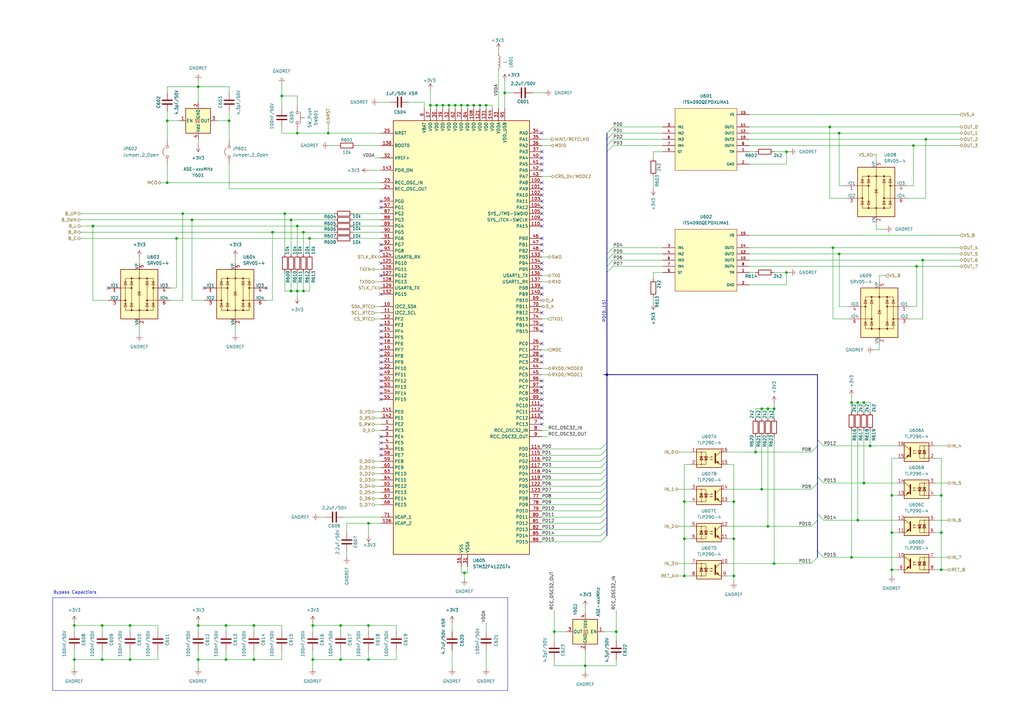
<source format=kicad_sch>
(kicad_sch (version 20250114) (generator "eeschema") (generator_version "9.0")
  (paper "A3")
  (title_block (title "PCB_Tarjeta_DevOps") (date "2025-10-28") (rev "R.Casas"))
  (lib_symbols
    (symbol "Device:C" (pin_numbers (hide yes)) (pin_names (offset 0.254))
      (property "Reference" "C" (at 0.635 2.54 0))
      (property "Value" "C" (at 0.635 -2.54 0))
      (symbol "C_1_1"
        (pin passive line (at 0 3.81 270) (length 2.794) (name "~") (number "1"))
        (pin passive line (at 0 -3.81 90) (length 2.794) (name "~") (number "2"))
      )
    )
    (symbol "Device:L" (pin_numbers (hide yes)) (pin_names (offset 1.016) (hide yes))
      (property "Reference" "L" (at -1.27 0 90))
      (property "Value" "L" (at 1.905 0 90))
      (symbol "L_1_1"
        (pin passive line (at 0 3.81 270) (length 1.27) (name "1") (number "1"))
        (pin passive line (at 0 -3.81 90) (length 1.27) (name "2") (number "2"))
      )
    )
    (symbol "Device:R" (pin_numbers (hide yes)) (pin_names (offset 0))
      (property "Reference" "R" (at 2.032 0 90))
      (property "Value" "R" (at 0 0 90))
      (symbol "R_1_1"
        (pin passive line (at 0 3.81 270) (length 1.27) (name "~") (number "1"))
        (pin passive line (at 0 -3.81 90) (length 1.27) (name "~") (number "2"))
      )
    )
    (symbol "Industrial_Power_Switch:ITS4090QEPDXUMA1" (pin_names (offset 1.016))
      (property "Reference" "U" (at -12.7 13.97 0))
      (property "Value" "ITS4090QEPDXUMA1" (at -12.7 -13.97 0))
      (symbol "ITS4090QEPDXUMA1_0_0"
        (pin input line (at -17.78 5.08 0) (length 5.08) (name "IN1") (number "3"))
        (pin input line (at -17.78 2.54 0) (length 5.08) (name "IN2") (number "4"))
        (pin input line (at -17.78 0 0) (length 5.08) (name "IN3") (number "6"))
        (pin input line (at -17.78 -2.54 0) (length 5.08) (name "IN4") (number "7"))
        (pin input line (at -17.78 -5.08 0) (length 5.08) (name "ST") (number "5"))
        (pin power_in line (at 17.78 10.16 180) (length 5.08) (name "VS") (number "15"))
        (pin output line (at 17.78 5.08 180) (length 5.08) (name "OUT1") (number "14"))
        (pin output line (at 17.78 2.54 180) (length 5.08) (name "OUT2") (number "12"))
        (pin output line (at 17.78 0 180) (length 5.08) (name "OUT3") (number "10"))
        (pin output line (at 17.78 -2.54 180) (length 5.08) (name "OUT4") (number "8"))
        (pin passive line (at 17.78 -5.08 180) (length 5.08) (name "TM") (number "1"))
        (pin power_in line (at 17.78 -10.16 180) (length 5.08) (name "GND") (number "2"))
      )
    )
    (symbol "Isolator:TLP290-4" (pin_names (offset 1.016))
      (property "Reference" "U" (at -5.08 5.08 0))
      (property "Value" "TLP290-4" (at 0 5.08 0))
      (symbol "TLP290-4_1_1"
        (pin passive line (at -7.62 2.54 0) (length 2.54) (name "~") (number "1"))
        (pin passive line (at -7.62 -2.54 0) (length 2.54) (name "~") (number "2"))
        (pin passive line (at 7.62 2.54 180) (length 2.54) (name "~") (number "16"))
        (pin passive line (at 7.62 -2.54 180) (length 2.54) (name "~") (number "15"))
      )
      (symbol "TLP290-4_2_1"
        (pin passive line (at -7.62 2.54 0) (length 2.54) (name "~") (number "3"))
        (pin passive line (at -7.62 -2.54 0) (length 2.54) (name "~") (number "4"))
        (pin passive line (at 7.62 2.54 180) (length 2.54) (name "~") (number "14"))
        (pin passive line (at 7.62 -2.54 180) (length 2.54) (name "~") (number "13"))
      )
      (symbol "TLP290-4_3_1"
        (pin passive line (at -7.62 2.54 0) (length 2.54) (name "~") (number "5"))
        (pin passive line (at -7.62 -2.54 0) (length 2.54) (name "~") (number "6"))
        (pin passive line (at 7.62 2.54 180) (length 2.54) (name "~") (number "12"))
        (pin passive line (at 7.62 -2.54 180) (length 2.54) (name "~") (number "11"))
      )
      (symbol "TLP290-4_4_1"
        (pin passive line (at -7.62 2.54 0) (length 2.54) (name "~") (number "7"))
        (pin passive line (at -7.62 -2.54 0) (length 2.54) (name "~") (number "8"))
        (pin passive line (at 7.62 2.54 180) (length 2.54) (name "~") (number "10"))
        (pin passive line (at 7.62 -2.54 180) (length 2.54) (name "~") (number "9"))
      )
    )
    (symbol "Jumper:Jumper_2_Open" (pin_numbers (hide yes)) (pin_names (offset 0) (hide yes))
      (property "Reference" "JP" (at 0 2.794 0))
      (property "Value" "Jumper_2_Open" (at 0 -2.286 0))
      (symbol "Jumper_2_Open_1_1"
        (pin passive line (at -5.08 0 0) (length 2.54) (name "A") (number "1"))
        (pin passive line (at 5.08 0 180) (length 2.54) (name "B") (number "2"))
      )
    )
    (symbol "MCU_ST_STM32F4:STM32F412ZGTx"
      (property "Reference" "U" (at -27.94 90.17 0))
      (property "Value" "STM32F412ZGTx" (at 20.32 90.17 0))
      (symbol "STM32F412ZGTx_1_1"
        (pin input line (at -33.02 83.82 0) (length 5.08) (name "NRST") (number "25"))
        (pin input line (at -33.02 78.74 0) (length 5.08) (name "BOOT0") (number "138"))
        (pin input line (at -33.02 73.66 0) (length 5.08) (name "VREF+") (number "32"))
        (pin input line (at -33.02 68.58 0) (length 5.08) (name "PDR_ON") (number "143"))
        (pin bidirectional line (at -33.02 63.5 0) (length 5.08) (name "PH0") (number "23") (alternate "RCC_OSC_IN" bidirectional line))
        (pin bidirectional line (at -33.02 60.96 0) (length 5.08) (name "PH1") (number "24") (alternate "RCC_OSC_OUT" bidirectional line))
        (pin bidirectional line (at -33.02 55.88 0) (length 5.08) (name "PG0") (number "56"))
        (pin bidirectional line (at -33.02 53.34 0) (length 5.08) (name "PG1") (number "57"))
        (pin bidirectional line (at -33.02 50.8 0) (length 5.08) (name "PG2") (number "87"))
        (pin bidirectional line (at -33.02 48.26 0) (length 5.08) (name "PG3") (number "88"))
        (pin bidirectional line (at -33.02 45.72 0) (length 5.08) (name "PG4") (number "89"))
        (pin bidirectional line (at -33.02 43.18 0) (length 5.08) (name "PG5") (number "90"))
        (pin bidirectional line (at -33.02 40.64 0) (length 5.08) (name "PG6") (number "91"))
        (pin bidirectional line (at -33.02 38.1 0) (length 5.08) (name "PG7") (number "92"))
        (pin bidirectional line (at -33.02 35.56 0) (length 5.08) (name "PG8") (number "93"))
        (pin bidirectional line (at -33.02 33.02 0) (length 5.08) (name "PG9") (number "124") (alternate "USART6_RX" bidirectional line))
        (pin bidirectional line (at -33.02 30.48 0) (length 5.08) (name "PG10") (number "125"))
        (pin bidirectional line (at -33.02 27.94 0) (length 5.08) (name "PG11") (number "126"))
        (pin bidirectional line (at -33.02 25.4 0) (length 5.08) (name "PG12") (number "127"))
        (pin bidirectional line (at -33.02 22.86 0) (length 5.08) (name "PG13") (number "128"))
        (pin bidirectional line (at -33.02 20.32 0) (length 5.08) (name "PG14") (number "129") (alternate "USART6_TX" bidirectional line))
        (pin bidirectional line (at -33.02 17.78 0) (length 5.08) (name "PG15") (number "132"))
        (pin bidirectional line (at -33.02 12.7 0) (length 5.08) (name "PF0") (number "10") (alternate "I2C2_SDA" bidirectional line))
        (pin bidirectional line (at -33.02 10.16 0) (length 5.08) (name "PF1") (number "11") (alternate "I2C2_SCL" bidirectional line))
        (pin bidirectional line (at -33.02 7.62 0) (length 5.08) (name "PF2") (number "12"))
        (pin bidirectional line (at -33.02 5.08 0) (length 5.08) (name "PF3") (number "13"))
        (pin bidirectional line (at -33.02 2.54 0) (length 5.08) (name "PF4") (number "14"))
        (pin bidirectional line (at -33.02 0 0) (length 5.08) (name "PF5") (number "15"))
        (pin bidirectional line (at -33.02 -2.54 0) (length 5.08) (name "PF6") (number "18"))
        (pin bidirectional line (at -33.02 -5.08 0) (length 5.08) (name "PF7") (number "19"))
        (pin bidirectional line (at -33.02 -7.62 0) (length 5.08) (name "PF8") (number "20"))
        (pin bidirectional line (at -33.02 -10.16 0) (length 5.08) (name "PF9") (number "21"))
        (pin bidirectional line (at -33.02 -12.7 0) (length 5.08) (name "PF10") (number "22"))
        (pin bidirectional line (at -33.02 -15.24 0) (length 5.08) (name "PF11") (number "49"))
        (pin bidirectional line (at -33.02 -17.78 0) (length 5.08) (name "PF12") (number "50"))
        (pin bidirectional line (at -33.02 -20.32 0) (length 5.08) (name "PF13") (number "53"))
        (pin bidirectional line (at -33.02 -22.86 0) (length 5.08) (name "PF14") (number "54"))
        (pin bidirectional line (at -33.02 -25.4 0) (length 5.08) (name "PF15") (number "55"))
        (pin bidirectional line (at -33.02 -30.48 0) (length 5.08) (name "PE0") (number "141"))
        (pin bidirectional line (at -33.02 -33.02 0) (length 5.08) (name "PE1") (number "142"))
        (pin bidirectional line (at -33.02 -35.56 0) (length 5.08) (name "PE2") (number "1"))
        (pin bidirectional line (at -33.02 -38.1 0) (length 5.08) (name "PE3") (number "2"))
        (pin bidirectional line (at -33.02 -40.64 0) (length 5.08) (name "PE4") (number "3"))
        (pin bidirectional line (at -33.02 -43.18 0) (length 5.08) (name "PE5") (number "4"))
        (pin bidirectional line (at -33.02 -45.72 0) (length 5.08) (name "PE6") (number "5"))
        (pin bidirectional line (at -33.02 -48.26 0) (length 5.08) (name "PE7") (number "58"))
        (pin bidirectional line (at -33.02 -50.8 0) (length 5.08) (name "PE8") (number "59"))
        (pin bidirectional line (at -33.02 -53.34 0) (length 5.08) (name "PE9") (number "60"))
        (pin bidirectional line (at -33.02 -55.88 0) (length 5.08) (name "PE10") (number "63"))
        (pin bidirectional line (at -33.02 -58.42 0) (length 5.08) (name "PE11") (number "64"))
        (pin bidirectional line (at -33.02 -60.96 0) (length 5.08) (name "PE12") (number "65"))
        (pin bidirectional line (at -33.02 -63.5 0) (length 5.08) (name "PE13") (number "66"))
        (pin bidirectional line (at -33.02 -66.04 0) (length 5.08) (name "PE14") (number "67"))
        (pin bidirectional line (at -33.02 -68.58 0) (length 5.08) (name "PE15") (number "68"))
        (pin power_out line (at -33.02 -73.66 0) (length 5.08) (name "VCAP_1") (number "71"))
        (pin power_out line (at -33.02 -76.2 0) (length 5.08) (name "VCAP_2") (number "106"))
        (pin power_in line (at -15.24 93.98 270) (length 5.08) (name "VBAT") (number "6"))
        (pin power_in line (at -12.7 93.98 270) (length 5.08) (name "VDD") (number "17"))
        (pin power_in line (at -10.16 93.98 270) (length 5.08) (name "VDD") (number "30"))
        (pin power_in line (at -7.62 93.98 270) (length 5.08) (name "VDD") (number "39"))
        (pin power_in line (at -5.08 93.98 270) (length 5.08) (name "VDD") (number "52"))
        (pin power_in line (at -2.54 93.98 270) (length 5.08) (name "VDD") (number "62"))
        (pin power_in line (at 0 93.98 270) (length 5.08) (name "VDD") (number "72"))
        (pin passive line (at 0 -93.98 90) (length 5.08) (hide yes) (name "VSS") (number "107"))
        (pin passive line (at 0 -93.98 90) (length 5.08) (hide yes) (name "VSS") (number "120"))
        (pin passive line (at 0 -93.98 90) (length 5.08) (hide yes) (name "VSS") (number "130"))
        (pin power_in line (at 0 -93.98 90) (length 5.08) (name "VSS") (number "16"))
        (pin passive line (at 0 -93.98 90) (length 5.08) (hide yes) (name "VSS") (number "38"))
        (pin passive line (at 0 -93.98 90) (length 5.08) (hide yes) (name "VSS") (number "51"))
        (pin passive line (at 0 -93.98 90) (length 5.08) (hide yes) (name "VSS") (number "61"))
        (pin passive line (at 0 -93.98 90) (length 5.08) (hide yes) (name "VSS") (number "83"))
        (pin passive line (at 0 -93.98 90) (length 5.08) (hide yes) (name "VSS") (number "94"))
        (pin power_in line (at 2.54 93.98 270) (length 5.08) (name "VDD") (number "84"))
        (pin power_in line (at 2.54 -93.98 90) (length 5.08) (name "VSSA") (number "31"))
        (pin power_in line (at 5.08 93.98 270) (length 5.08) (name "VDD") (number "108"))
        (pin power_in line (at 7.62 93.98 270) (length 5.08) (name "VDD") (number "121"))
        (pin power_in line (at 10.16 93.98 270) (length 5.08) (name "VDD") (number "131"))
        (pin power_in line (at 12.7 93.98 270) (length 5.08) (name "VDD") (number "144"))
        (pin power_in line (at 15.24 93.98 270) (length 5.08) (name "VDDA") (number "33"))
        (pin power_in line (at 17.78 93.98 270) (length 5.08) (name "VDD_USB") (number "95"))
        (pin bidirectional line (at 33.02 83.82 180) (length 5.08) (name "PA0") (number "34"))
        (pin bidirectional line (at 33.02 81.28 180) (length 5.08) (name "PA1") (number "35"))
        (pin bidirectional line (at 33.02 78.74 180) (length 5.08) (name "PA2") (number "36"))
        (pin bidirectional line (at 33.02 76.2 180) (length 5.08) (name "PA3") (number "37"))
        (pin bidirectional line (at 33.02 73.66 180) (length 5.08) (name "PA4") (number "40"))
        (pin bidirectional line (at 33.02 71.12 180) (length 5.08) (name "PA5") (number "41"))
        (pin bidirectional line (at 33.02 68.58 180) (length 5.08) (name "PA6") (number "42"))
        (pin bidirectional line (at 33.02 66.04 180) (length 5.08) (name "PA7") (number "43"))
        (pin bidirectional line (at 33.02 63.5 180) (length 5.08) (name "PA8") (number "100"))
        (pin bidirectional line (at 33.02 60.96 180) (length 5.08) (name "PA9") (number "101") (alternate "USART1_TX" bidirectional line))
        (pin bidirectional line (at 33.02 58.42 180) (length 5.08) (name "PA10") (number "102") (alternate "USART1_RX" bidirectional line))
        (pin bidirectional line (at 33.02 55.88 180) (length 5.08) (name "PA11") (number "103") (alternate "USART6_TX" bidirectional line))
        (pin bidirectional line (at 33.02 53.34 180) (length 5.08) (name "PA12") (number "104") (alternate "USART6_RX" bidirectional line))
        (pin bidirectional line (at 33.02 50.8 180) (length 5.08) (name "PA13") (number "105") (alternate "SYS_JTMS-SWDIO" bidirectional line))
        (pin bidirectional line (at 33.02 48.26 180) (length 5.08) (name "PA14") (number "109") (alternate "SYS_JTCK-SWCLK" bidirectional line))
        (pin bidirectional line (at 33.02 45.72 180) (length 5.08) (name "PA15") (number "110") (alternate "USART1_TX" bidirectional line))
        (pin bidirectional line (at 33.02 40.64 180) (length 5.08) (name "PB0") (number "46"))
        (pin bidirectional line (at 33.02 38.1 180) (length 5.08) (name "PB1") (number "47"))
        (pin bidirectional line (at 33.02 35.56 180) (length 5.08) (name "PB2") (number "48"))
        (pin bidirectional line (at 33.02 33.02 180) (length 5.08) (name "PB3") (number "133") (alternate "I2C2_SDA" bidirectional line) (alternate "USART1_RX" bidirectional line))
        (pin bidirectional line (at 33.02 30.48 180) (length 5.08) (name "PB4") (number "134"))
        (pin bidirectional line (at 33.02 27.94 180) (length 5.08) (name "PB5") (number "135"))
        (pin bidirectional line (at 33.02 25.4 180) (length 5.08) (name "PB6") (number "136") (alternate "USART1_TX" bidirectional line))
        (pin bidirectional line (at 33.02 22.86 180) (length 5.08) (name "PB7") (number "137") (alternate "USART1_RX" bidirectional line))
        (pin bidirectional line (at 33.02 20.32 180) (length 5.08) (name "PB8") (number "139"))
        (pin bidirectional line (at 33.02 17.78 180) (length 5.08) (name "PB9") (number "140") (alternate "I2C2_SDA" bidirectional line))
        (pin bidirectional line (at 33.02 15.24 180) (length 5.08) (name "PB10") (number "69") (alternate "I2C2_SCL" bidirectional line))
        (pin bidirectional line (at 33.02 12.7 180) (length 5.08) (name "PB11") (number "70") (alternate "I2C2_SDA" bidirectional line))
        (pin bidirectional line (at 33.02 10.16 180) (length 5.08) (name "PB12") (number "73"))
        (pin bidirectional line (at 33.02 7.62 180) (length 5.08) (name "PB13") (number "74"))
        (pin bidirectional line (at 33.02 5.08 180) (length 5.08) (name "PB14") (number "75"))
        (pin bidirectional line (at 33.02 2.54 180) (length 5.08) (name "PB15") (number "76"))
        (pin bidirectional line (at 33.02 -2.54 180) (length 5.08) (name "PC0") (number "26"))
        (pin bidirectional line (at 33.02 -5.08 180) (length 5.08) (name "PC1") (number "27"))
        (pin bidirectional line (at 33.02 -7.62 180) (length 5.08) (name "PC2") (number "28"))
        (pin bidirectional line (at 33.02 -10.16 180) (length 5.08) (name "PC3") (number "29"))
        (pin bidirectional line (at 33.02 -12.7 180) (length 5.08) (name "PC4") (number "44"))
        (pin bidirectional line (at 33.02 -15.24 180) (length 5.08) (name "PC5") (number "45"))
        (pin bidirectional line (at 33.02 -17.78 180) (length 5.08) (name "PC6") (number "96") (alternate "USART6_TX" bidirectional line))
        (pin bidirectional line (at 33.02 -20.32 180) (length 5.08) (name "PC7") (number "97") (alternate "USART6_RX" bidirectional line))
        (pin bidirectional line (at 33.02 -22.86 180) (length 5.08) (name "PC8") (number "98"))
        (pin bidirectional line (at 33.02 -25.4 180) (length 5.08) (name "PC9") (number "99"))
        (pin bidirectional line (at 33.02 -27.94 180) (length 5.08) (name "PC10") (number "111"))
        (pin bidirectional line (at 33.02 -30.48 180) (length 5.08) (name "PC11") (number "112"))
        (pin bidirectional line (at 33.02 -33.02 180) (length 5.08) (name "PC12") (number "113"))
        (pin bidirectional line (at 33.02 -35.56 180) (length 5.08) (name "PC13") (number "7"))
        (pin bidirectional line (at 33.02 -38.1 180) (length 5.08) (name "PC14") (number "8") (alternate "RCC_OSC32_IN" bidirectional line))
        (pin bidirectional line (at 33.02 -40.64 180) (length 5.08) (name "PC15") (number "9") (alternate "RCC_OSC32_OUT" bidirectional line))
        (pin bidirectional line (at 33.02 -45.72 180) (length 5.08) (name "PD0") (number "114"))
        (pin bidirectional line (at 33.02 -48.26 180) (length 5.08) (name "PD1") (number "115"))
        (pin bidirectional line (at 33.02 -50.8 180) (length 5.08) (name "PD2") (number "116"))
        (pin bidirectional line (at 33.02 -53.34 180) (length 5.08) (name "PD3") (number "117"))
        (pin bidirectional line (at 33.02 -55.88 180) (length 5.08) (name "PD4") (number "118"))
        (pin bidirectional line (at 33.02 -58.42 180) (length 5.08) (name "PD5") (number "119"))
        (pin bidirectional line (at 33.02 -60.96 180) (length 5.08) (name "PD6") (number "122"))
        (pin bidirectional line (at 33.02 -63.5 180) (length 5.08) (name "PD7") (number "123"))
        (pin bidirectional line (at 33.02 -66.04 180) (length 5.08) (name "PD8") (number "77"))
        (pin bidirectional line (at 33.02 -68.58 180) (length 5.08) (name "PD9") (number "78"))
        (pin bidirectional line (at 33.02 -71.12 180) (length 5.08) (name "PD10") (number "79"))
        (pin bidirectional line (at 33.02 -73.66 180) (length 5.08) (name "PD11") (number "80"))
        (pin bidirectional line (at 33.02 -76.2 180) (length 5.08) (name "PD12") (number "81"))
        (pin bidirectional line (at 33.02 -78.74 180) (length 5.08) (name "PD13") (number "82"))
        (pin bidirectional line (at 33.02 -81.28 180) (length 5.08) (name "PD14") (number "85"))
        (pin bidirectional line (at 33.02 -83.82 180) (length 5.08) (name "PD15") (number "86"))
      )
    )
    (symbol "Oscillator:ASE-xxxMHz" (pin_names (offset 0.254))
      (property "Reference" "Y" (at -5.08 6.35 0))
      (property "Value" "ASE-xxxMHz" (at 1.27 -6.35 0))
      (symbol "ASE-xxxMHz_1_1"
        (pin input line (at -7.62 0 0) (length 2.54) (name "EN") (number "1"))
        (pin power_in line (at 0 7.62 270) (length 2.54) (name "Vdd") (number "4"))
        (pin power_in line (at 0 -7.62 90) (length 2.54) (name "GND") (number "2"))
        (pin output line (at 7.62 0 180) (length 2.54) (name "OUT") (number "3"))
      )
    )
    (symbol "Power_Protection:SRV05-4" (pin_names (offset 0))
      (property "Reference" "U" (at -5.08 11.43 0))
      (property "Value" "SRV05-4" (at 2.54 11.43 0))
      (symbol "SRV05-4_1_1"
        (pin passive line (at -12.7 2.54 0) (length 5.08) (name "IO1") (number "1"))
        (pin passive line (at -12.7 -2.54 0) (length 5.08) (name "IO2") (number "3"))
        (pin passive line (at 0 12.7 270) (length 2.54) (name "VP") (number "5"))
        (pin passive line (at 0 -12.7 90) (length 2.54) (name "VN") (number "2"))
        (pin passive line (at 12.7 2.54 180) (length 5.08) (name "IO3") (number "4"))
        (pin passive line (at 12.7 -2.54 180) (length 5.08) (name "IO4") (number "6"))
      )
    )
    (symbol "Switch:SW_Push" (pin_numbers (hide yes)) (pin_names (offset 1.016) (hide yes))
      (property "Reference" "SW" (at 1.27 2.54 0))
      (property "Value" "SW_Push" (at 0 -1.524 0))
      (symbol "SW_Push_0_1"
        (pin passive line (at -5.08 0 0) (length 2.54) (name "1") (number "1"))
        (pin passive line (at 5.08 0 180) (length 2.54) (name "2") (number "2"))
      )
    )
    (symbol "power:+3V3" (power) (pin_numbers (hide yes)) (pin_names (offset 0) (hide yes))
      (property "Value" "+3V3" (at 0 3.556 0))
      (symbol "+3V3_1_1"
        (pin power_in line (at 0 0 90) (length 0) (name "~") (number "1"))
      )
    )
    (symbol "power:GNDREF" (power) (pin_numbers (hide yes)) (pin_names (offset 0) (hide yes))
      (property "Value" "GNDREF" (at 0 -3.81 0))
      (symbol "GNDREF_1_1"
        (pin power_in line (at 0 0 270) (length 0) (name "~") (number "1"))
      )
    )
  )
  (rectangle (start 21.59 245.11) (end 208.28 283.21))
  (text "Bypass Capactiors" (at 30.734 243.078 0) (effects (font (size 1.27 1.27))))
  (junction (at 280.67 236.22))
  (junction (at 309.88 185.42))
  (junction (at 386.08 233.68))
  (junction (at 322.58 111.76))
  (junction (at 30.48 270.51))
  (junction (at 207.01 38.1))
  (junction (at 252.73 259.08))
  (junction (at 179.07 43.18))
  (junction (at 124.46 95.25))
  (junction (at 134.62 54.61))
  (junction (at 189.23 43.18))
  (junction (at 344.17 54.61))
  (junction (at 127 97.79))
  (junction (at 124.46 119.38))
  (junction (at 119.38 90.17))
  (junction (at 354.33 165.1))
  (junction (at 317.5 231.14))
  (junction (at 314.96 167.64))
  (junction (at 349.25 165.1))
  (junction (at 53.34 256.54))
  (junction (at 190.5 234.95))
  (junction (at 240.03 273.05))
  (junction (at 121.92 92.71))
  (junction (at 351.79 213.36))
  (junction (at 227.33 259.08))
  (junction (at 349.25 228.6))
  (junction (at 72.39 97.79))
  (junction (at 176.53 43.18))
  (junction (at 314.96 215.9))
  (junction (at 81.28 256.54))
  (junction (at 322.58 62.23))
  (junction (at 194.31 43.18))
  (junction (at 38.1 92.71))
  (junction (at 115.57 39.37))
  (junction (at 340.36 52.07))
  (junction (at 375.92 109.22))
  (junction (at 104.14 256.54))
  (junction (at 121.92 119.38))
  (junction (at 151.13 270.51))
  (junction (at 354.33 198.12))
  (junction (at 300.99 220.98))
  (junction (at 184.15 43.18))
  (junction (at 139.7 256.54))
  (junction (at 68.58 74.93))
  (junction (at 280.67 220.98))
  (junction (at 111.76 95.25))
  (junction (at 300.99 236.22))
  (junction (at 191.77 43.18))
  (junction (at 181.61 43.18))
  (junction (at 300.99 205.74))
  (junction (at 151.13 214.63))
  (junction (at 104.14 270.51))
  (junction (at 379.73 57.15))
  (junction (at 317.5 167.64))
  (junction (at 365.76 218.44))
  (junction (at 341.63 101.6))
  (junction (at 248.92 153.67))
  (junction (at 121.92 54.61))
  (junction (at 386.08 218.44))
  (junction (at 386.08 203.2))
  (junction (at 119.38 119.38))
  (junction (at 128.27 256.54))
  (junction (at 351.79 165.1))
  (junction (at 365.76 203.2))
  (junction (at 312.42 167.64))
  (junction (at 365.76 233.68))
  (junction (at 151.13 256.54))
  (junction (at 93.98 49.53))
  (junction (at 116.84 87.63))
  (junction (at 186.69 43.18))
  (junction (at 74.93 87.63))
  (junction (at 356.87 182.88))
  (junction (at 53.34 270.51))
  (junction (at 312.42 200.66))
  (junction (at 92.71 256.54))
  (junction (at 378.46 106.68))
  (junction (at 41.91 270.51))
  (junction (at 196.85 43.18))
  (junction (at 81.28 270.51))
  (junction (at 128.27 270.51))
  (junction (at 41.91 256.54))
  (junction (at 81.28 35.56))
  (junction (at 199.39 43.18))
  (junction (at 78.74 90.17))
  (junction (at 92.71 270.51))
  (junction (at 344.17 104.14))
  (junction (at 68.58 49.53))
  (junction (at 139.7 270.51))
  (junction (at 30.48 256.54))
  (junction (at 374.65 59.69))
  (junction (at 280.67 205.74))
  (no_connect (at 222.25 90.17))
  (no_connect (at 156.21 120.65))
  (no_connect (at 222.25 97.79))
  (no_connect (at 156.21 140.97))
  (no_connect (at 156.21 107.95))
  (no_connect (at 222.25 163.83))
  (no_connect (at 222.25 171.45))
  (no_connect (at 222.25 156.21))
  (no_connect (at 222.25 118.11))
  (no_connect (at 222.25 168.91))
  (no_connect (at 222.25 140.97))
  (no_connect (at 222.25 85.09))
  (no_connect (at 222.25 146.05))
  (no_connect (at 156.21 181.61))
  (no_connect (at 222.25 54.61))
  (no_connect (at 156.21 102.87))
  (no_connect (at 222.25 148.59))
  (no_connect (at 156.21 153.67))
  (no_connect (at 156.21 186.69))
  (no_connect (at 156.21 184.15))
  (no_connect (at 222.25 158.75))
  (no_connect (at 156.21 179.07))
  (no_connect (at 156.21 161.29))
  (no_connect (at 222.25 69.85))
  (no_connect (at 222.25 128.27))
  (no_connect (at 222.25 64.77))
  (no_connect (at 44.45 118.11))
  (no_connect (at 222.25 77.47))
  (no_connect (at 222.25 87.63))
  (no_connect (at 156.21 151.13))
  (no_connect (at 156.21 156.21))
  (no_connect (at 222.25 80.01))
  (no_connect (at 222.25 173.99))
  (no_connect (at 156.21 113.03))
  (no_connect (at 156.21 85.09))
  (no_connect (at 222.25 82.55))
  (no_connect (at 156.21 163.83))
  (no_connect (at 109.22 118.11))
  (no_connect (at 222.25 110.49))
  (no_connect (at 222.25 92.71))
  (no_connect (at 156.21 133.35))
  (no_connect (at 222.25 67.31))
  (no_connect (at 156.21 148.59))
  (no_connect (at 156.21 158.75))
  (no_connect (at 156.21 100.33))
  (no_connect (at 156.21 146.05))
  (no_connect (at 222.25 161.29))
  (no_connect (at 156.21 82.55))
  (no_connect (at 222.25 133.35))
  (no_connect (at 156.21 135.89))
  (no_connect (at 156.21 143.51))
  (no_connect (at 222.25 120.65))
  (no_connect (at 222.25 100.33))
  (no_connect (at 222.25 102.87))
  (no_connect (at 83.82 118.11))
  (no_connect (at 222.25 166.37))
  (no_connect (at 222.25 135.89))
  (no_connect (at 222.25 62.23))
  (no_connect (at 222.25 74.93))
  (no_connect (at 222.25 107.95))
  (no_connect (at 156.21 138.43))
  (bus_entry (at 335.28 195.58) (size 2.54 2.54))
  (bus_entry (at 248.92 196.85) (size -2.54 2.54))
  (bus_entry (at 248.92 109.22) (size 2.54 -2.54))
  (bus_entry (at 248.92 194.31) (size -2.54 2.54))
  (bus_entry (at 248.92 217.17) (size -2.54 2.54))
  (bus_entry (at 248.92 207.01) (size -2.54 2.54))
  (bus_entry (at 248.92 189.23) (size -2.54 2.54))
  (bus_entry (at 248.92 104.14) (size 2.54 -2.54))
  (bus_entry (at 248.92 111.76) (size 2.54 -2.54))
  (bus_entry (at 335.28 198.12) (size -2.54 2.54))
  (bus_entry (at 248.92 204.47) (size -2.54 2.54))
  (bus_entry (at 248.92 199.39) (size -2.54 2.54))
  (bus_entry (at 248.92 106.68) (size 2.54 -2.54))
  (bus_entry (at 248.92 57.15) (size 2.54 -2.54))
  (bus_entry (at 335.28 210.82) (size 2.54 2.54))
  (bus_entry (at 248.92 201.93) (size -2.54 2.54))
  (bus_entry (at 248.92 186.69) (size -2.54 2.54))
  (bus_entry (at 335.28 226.06) (size 2.54 2.54))
  (bus_entry (at 248.92 181.61) (size -2.54 2.54))
  (bus_entry (at 248.92 54.61) (size 2.54 -2.54))
  (bus_entry (at 248.92 219.71) (size -2.54 2.54))
  (bus_entry (at 248.92 191.77) (size -2.54 2.54))
  (bus_entry (at 335.28 228.6) (size -2.54 2.54))
  (bus_entry (at 248.92 214.63) (size -2.54 2.54))
  (bus_entry (at 335.28 180.34) (size 2.54 2.54))
  (bus_entry (at 248.92 209.55) (size -2.54 2.54))
  (bus_entry (at 248.92 59.69) (size 2.54 -2.54))
  (bus_entry (at 248.92 62.23) (size 2.54 -2.54))
  (bus_entry (at 248.92 184.15) (size -2.54 2.54))
  (bus_entry (at 335.28 213.36) (size -2.54 2.54))
  (bus_entry (at 335.28 182.88) (size -2.54 2.54))
  (bus_entry (at 248.92 212.09) (size -2.54 2.54))
  (wire (pts (xy 280.67 236.22) (xy 280.67 220.98)))
  (bus (pts (xy 335.28 182.88) (xy 335.28 195.58)))
  (wire (pts (xy 300.99 190.5) (xy 298.45 190.5)))
  (bus (pts (xy 248.92 186.69) (xy 248.92 189.23)))
  (wire (pts (xy 278.13 231.14) (xy 283.21 231.14)))
  (wire (pts (xy 300.99 220.98) (xy 300.99 205.74)))
  (wire (pts (xy 72.39 97.79) (xy 127 97.79)))
  (wire (pts (xy 360.68 140.97) (xy 360.68 143.51)))
  (wire (pts (xy 68.58 38.1) (xy 68.58 35.56)))
  (wire (pts (xy 176.53 43.18) (xy 179.07 43.18)))
  (wire (pts (xy 365.76 218.44) (xy 368.3 218.44)))
  (wire (pts (xy 307.34 116.84) (xy 322.58 116.84)))
  (bus (pts (xy 335.28 226.06) (xy 335.28 228.6)))
  (wire (pts (xy 222.25 209.55) (xy 246.38 209.55)))
  (wire (pts (xy 116.84 119.38) (xy 119.38 119.38)))
  (wire (pts (xy 386.08 233.68) (xy 386.08 218.44)))
  (wire (pts (xy 267.97 111.76) (xy 271.78 111.76)))
  (wire (pts (xy 222.25 105.41) (xy 224.79 105.41)))
  (wire (pts (xy 354.33 165.1) (xy 351.79 165.1)))
  (wire (pts (xy 312.42 171.45) (xy 312.42 167.64)))
  (wire (pts (xy 179.07 43.18) (xy 181.61 43.18)))
  (wire (pts (xy 356.87 165.1) (xy 354.33 165.1)))
  (wire (pts (xy 372.11 81.28) (xy 379.73 81.28)))
  (wire (pts (xy 144.78 97.79) (xy 156.21 97.79)))
  (wire (pts (xy 104.14 270.51) (xy 115.57 270.51)))
  (wire (pts (xy 121.92 43.18) (xy 121.92 39.37)))
  (wire (pts (xy 81.28 41.91) (xy 81.28 35.56)))
  (wire (pts (xy 189.23 43.18) (xy 191.77 43.18)))
  (wire (pts (xy 337.82 228.6) (xy 349.25 228.6)))
  (wire (pts (xy 121.92 119.38) (xy 121.92 111.76)))
  (wire (pts (xy 307.34 52.07) (xy 340.36 52.07)))
  (wire (pts (xy 116.84 87.63) (xy 137.16 87.63)))
  (wire (pts (xy 375.92 109.22) (xy 307.34 109.22)))
  (wire (pts (xy 124.46 95.25) (xy 124.46 104.14)))
  (wire (pts (xy 144.78 95.25) (xy 156.21 95.25)))
  (wire (pts (xy 124.46 111.76) (xy 124.46 119.38)))
  (wire (pts (xy 142.24 214.63) (xy 151.13 214.63)))
  (wire (pts (xy 393.7 106.68) (xy 378.46 106.68)))
  (wire (pts (xy 346.71 76.2) (xy 344.17 76.2)))
  (wire (pts (xy 38.1 92.71) (xy 121.92 92.71)))
  (bus (pts (xy 248.92 153.67) (xy 248.92 181.61)))
  (wire (pts (xy 340.36 52.07) (xy 393.7 52.07)))
  (wire (pts (xy 33.02 90.17) (xy 78.74 90.17)))
  (wire (pts (xy 379.73 81.28) (xy 379.73 57.15)))
  (wire (pts (xy 139.7 270.51) (xy 151.13 270.51)))
  (wire (pts (xy 69.85 118.11) (xy 72.39 118.11)))
  (wire (pts (xy 300.99 205.74) (xy 298.45 205.74)))
  (wire (pts (xy 267.97 124.46) (xy 267.97 121.92)))
  (wire (pts (xy 312.42 167.64) (xy 314.96 167.64)))
  (wire (pts (xy 359.41 63.5) (xy 359.41 66.04)))
  (wire (pts (xy 317.5 165.1) (xy 317.5 167.64)))
  (wire (pts (xy 41.91 256.54) (xy 41.91 259.08)))
  (wire (pts (xy 386.08 187.96) (xy 383.54 187.96)))
  (wire (pts (xy 393.7 96.52) (xy 307.34 96.52)))
  (wire (pts (xy 210.82 38.1) (xy 207.01 38.1)))
  (wire (pts (xy 222.25 212.09) (xy 246.38 212.09)))
  (wire (pts (xy 153.67 201.93) (xy 156.21 201.93)))
  (wire (pts (xy 33.02 97.79) (xy 72.39 97.79)))
  (wire (pts (xy 116.84 87.63) (xy 116.84 104.14)))
  (wire (pts (xy 144.78 87.63) (xy 156.21 87.63)))
  (wire (pts (xy 153.67 115.57) (xy 156.21 115.57)))
  (wire (pts (xy 322.58 67.31) (xy 322.58 62.23)))
  (wire (pts (xy 227.33 259.08) (xy 227.33 262.89)))
  (wire (pts (xy 153.67 168.91) (xy 156.21 168.91)))
  (wire (pts (xy 222.25 59.69) (xy 226.06 59.69)))
  (wire (pts (xy 372.11 76.2) (xy 374.65 76.2)))
  (wire (pts (xy 153.67 194.31) (xy 156.21 194.31)))
  (wire (pts (xy 383.54 218.44) (xy 386.08 218.44)))
  (wire (pts (xy 81.28 270.51) (xy 81.28 274.32)))
  (wire (pts (xy 153.67 64.77) (xy 156.21 64.77)))
  (wire (pts (xy 151.13 256.54) (xy 151.13 259.08)))
  (wire (pts (xy 378.46 130.81) (xy 378.46 106.68)))
  (wire (pts (xy 386.08 203.2) (xy 386.08 187.96)))
  (wire (pts (xy 140.97 212.09) (xy 156.21 212.09)))
  (wire (pts (xy 300.99 205.74) (xy 300.99 190.5)))
  (wire (pts (xy 204.47 29.21) (xy 204.47 44.45)))
  (wire (pts (xy 300.99 220.98) (xy 298.45 220.98)))
  (wire (pts (xy 317.5 111.76) (xy 322.58 111.76)))
  (wire (pts (xy 74.93 123.19) (xy 74.93 87.63)))
  (wire (pts (xy 363.22 113.03) (xy 360.68 113.03)))
  (wire (pts (xy 227.33 273.05) (xy 240.03 273.05)))
  (bus (pts (xy 248.92 181.61) (xy 248.92 184.15)))
  (wire (pts (xy 162.56 266.7) (xy 162.56 270.51)))
  (wire (pts (xy 354.33 168.91) (xy 354.33 165.1)))
  (wire (pts (xy 92.71 270.51) (xy 104.14 270.51)))
  (wire (pts (xy 115.57 52.07) (xy 115.57 54.61)))
  (wire (pts (xy 354.33 198.12) (xy 368.3 198.12)))
  (bus (pts (xy 248.92 59.69) (xy 248.92 62.23)))
  (wire (pts (xy 81.28 256.54) (xy 92.71 256.54)))
  (wire (pts (xy 153.67 191.77) (xy 156.21 191.77)))
  (wire (pts (xy 280.67 205.74) (xy 280.67 190.5)))
  (wire (pts (xy 224.79 179.07) (xy 222.25 179.07)))
  (wire (pts (xy 300.99 236.22) (xy 298.45 236.22)))
  (wire (pts (xy 121.92 53.34) (xy 121.92 54.61)))
  (wire (pts (xy 41.91 270.51) (xy 30.48 270.51)))
  (wire (pts (xy 41.91 266.7) (xy 41.91 270.51)))
  (wire (pts (xy 153.67 173.99) (xy 156.21 173.99)))
  (wire (pts (xy 72.39 118.11) (xy 72.39 97.79)))
  (wire (pts (xy 151.13 214.63) (xy 156.21 214.63)))
  (wire (pts (xy 184.15 43.18) (xy 186.69 43.18)))
  (wire (pts (xy 252.73 270.51) (xy 252.73 273.05)))
  (wire (pts (xy 121.92 54.61) (xy 134.62 54.61)))
  (wire (pts (xy 224.79 153.67) (xy 222.25 153.67)))
  (bus (pts (xy 248.92 153.67) (xy 335.28 153.67)))
  (wire (pts (xy 251.46 52.07) (xy 271.78 52.07)))
  (wire (pts (xy 224.79 176.53) (xy 222.25 176.53)))
  (wire (pts (xy 151.13 219.71) (xy 151.13 214.63)))
  (wire (pts (xy 373.38 130.81) (xy 378.46 130.81)))
  (wire (pts (xy 251.46 57.15) (xy 271.78 57.15)))
  (wire (pts (xy 127 119.38) (xy 124.46 119.38)))
  (wire (pts (xy 386.08 233.68) (xy 383.54 233.68)))
  (wire (pts (xy 317.5 179.07) (xy 317.5 231.14)))
  (wire (pts (xy 388.62 213.36) (xy 383.54 213.36)))
  (wire (pts (xy 393.7 109.22) (xy 375.92 109.22)))
  (wire (pts (xy 309.88 179.07) (xy 309.88 185.42)))
  (wire (pts (xy 351.79 176.53) (xy 351.79 213.36)))
  (wire (pts (xy 142.24 228.6) (xy 142.24 226.06)))
  (wire (pts (xy 222.25 130.81) (xy 224.79 130.81)))
  (wire (pts (xy 393.7 104.14) (xy 344.17 104.14)))
  (wire (pts (xy 64.77 266.7) (xy 64.77 270.51)))
  (wire (pts (xy 153.67 189.23) (xy 156.21 189.23)))
  (wire (pts (xy 307.34 57.15) (xy 379.73 57.15)))
  (wire (pts (xy 375.92 109.22) (xy 375.92 125.73)))
  (wire (pts (xy 115.57 266.7) (xy 115.57 270.51)))
  (wire (pts (xy 347.98 130.81) (xy 341.63 130.81)))
  (bus (pts (xy 248.92 201.93) (xy 248.92 204.47)))
  (wire (pts (xy 332.74 200.66) (xy 312.42 200.66)))
  (wire (pts (xy 111.76 95.25) (xy 111.76 123.19)))
  (bus (pts (xy 248.92 191.77) (xy 248.92 194.31)))
  (wire (pts (xy 393.7 101.6) (xy 341.63 101.6)))
  (wire (pts (xy 222.25 217.17) (xy 246.38 217.17)))
  (bus (pts (xy 248.92 54.61) (xy 248.92 57.15)))
  (wire (pts (xy 222.25 214.63) (xy 246.38 214.63)))
  (wire (pts (xy 365.76 203.2) (xy 368.3 203.2)))
  (wire (pts (xy 64.77 256.54) (xy 64.77 259.08)))
  (wire (pts (xy 251.46 106.68) (xy 271.78 106.68)))
  (wire (pts (xy 144.78 90.17) (xy 156.21 90.17)))
  (wire (pts (xy 251.46 104.14) (xy 271.78 104.14)))
  (wire (pts (xy 93.98 67.31) (xy 93.98 77.47)))
  (wire (pts (xy 267.97 114.3) (xy 267.97 111.76)))
  (wire (pts (xy 332.74 231.14) (xy 317.5 231.14)))
  (wire (pts (xy 81.28 255.27) (xy 81.28 256.54)))
  (wire (pts (xy 222.25 219.71) (xy 246.38 219.71)))
  (wire (pts (xy 252.73 250.19) (xy 252.73 259.08)))
  (wire (pts (xy 373.38 125.73) (xy 375.92 125.73)))
  (wire (pts (xy 322.58 116.84) (xy 322.58 111.76)))
  (wire (pts (xy 344.17 54.61) (xy 393.7 54.61)))
  (wire (pts (xy 383.54 203.2) (xy 386.08 203.2)))
  (wire (pts (xy 38.1 123.19) (xy 38.1 92.71)))
  (wire (pts (xy 186.69 43.18) (xy 189.23 43.18)))
  (wire (pts (xy 227.33 250.19) (xy 227.33 259.08)))
  (wire (pts (xy 283.21 205.74) (xy 280.67 205.74)))
  (wire (pts (xy 139.7 266.7) (xy 139.7 270.51)))
  (wire (pts (xy 68.58 49.53) (xy 68.58 57.15)))
  (wire (pts (xy 191.77 43.18) (xy 194.31 43.18)))
  (wire (pts (xy 341.63 101.6) (xy 307.34 101.6)))
  (wire (pts (xy 93.98 49.53) (xy 93.98 57.15)))
  (wire (pts (xy 83.82 123.19) (xy 78.74 123.19)))
  (bus (pts (xy 335.28 210.82) (xy 335.28 213.36)))
  (wire (pts (xy 251.46 54.61) (xy 271.78 54.61)))
  (wire (pts (xy 189.23 234.95) (xy 190.5 234.95)))
  (wire (pts (xy 116.84 111.76) (xy 116.84 119.38)))
  (wire (pts (xy 194.31 43.18) (xy 194.31 44.45)))
  (wire (pts (xy 354.33 176.53) (xy 354.33 198.12)))
  (wire (pts (xy 53.34 256.54) (xy 53.34 259.08)))
  (wire (pts (xy 124.46 95.25) (xy 137.16 95.25)))
  (wire (pts (xy 69.85 123.19) (xy 74.93 123.19)))
  (wire (pts (xy 92.71 256.54) (xy 92.71 259.08)))
  (wire (pts (xy 66.04 74.93) (xy 68.58 74.93)))
  (wire (pts (xy 121.92 39.37) (xy 115.57 39.37)))
  (wire (pts (xy 134.62 50.8) (xy 134.62 54.61)))
  (wire (pts (xy 204.47 20.32) (xy 204.47 21.59)))
  (wire (pts (xy 332.74 215.9) (xy 314.96 215.9)))
  (wire (pts (xy 134.62 54.61) (xy 156.21 54.61)))
  (wire (pts (xy 222.25 194.31) (xy 246.38 194.31)))
  (wire (pts (xy 128.27 256.54) (xy 128.27 259.08)))
  (wire (pts (xy 53.34 256.54) (xy 64.77 256.54)))
  (wire (pts (xy 222.25 191.77) (xy 246.38 191.77)))
  (wire (pts (xy 344.17 125.73) (xy 344.17 104.14)))
  (wire (pts (xy 127 97.79) (xy 137.16 97.79)))
  (wire (pts (xy 68.58 74.93) (xy 156.21 74.93)))
  (wire (pts (xy 127 97.79) (xy 127 104.14)))
  (wire (pts (xy 190.5 234.95) (xy 190.5 237.49)))
  (wire (pts (xy 153.67 128.27) (xy 156.21 128.27)))
  (wire (pts (xy 139.7 270.51) (xy 128.27 270.51)))
  (wire (pts (xy 190.5 234.95) (xy 191.77 234.95)))
  (wire (pts (xy 307.34 54.61) (xy 344.17 54.61)))
  (wire (pts (xy 359.41 91.44) (xy 359.41 93.98)))
  (bus (pts (xy 248.92 62.23) (xy 248.92 104.14)))
  (wire (pts (xy 374.65 76.2) (xy 374.65 59.69)))
  (wire (pts (xy 222.25 199.39) (xy 246.38 199.39)))
  (wire (pts (xy 337.82 182.88) (xy 356.87 182.88)))
  (wire (pts (xy 57.15 133.35) (xy 57.15 137.16)))
  (wire (pts (xy 201.93 44.45) (xy 201.93 43.18)))
  (bus (pts (xy 248.92 209.55) (xy 248.92 212.09)))
  (wire (pts (xy 199.39 43.18) (xy 201.93 43.18)))
  (wire (pts (xy 314.96 215.9) (xy 298.45 215.9)))
  (wire (pts (xy 365.76 233.68) (xy 368.3 233.68)))
  (wire (pts (xy 222.25 143.51) (xy 224.79 143.51)))
  (wire (pts (xy 222.25 72.39) (xy 226.06 72.39)))
  (wire (pts (xy 283.21 220.98) (xy 280.67 220.98)))
  (wire (pts (xy 144.78 92.71) (xy 156.21 92.71)))
  (wire (pts (xy 96.52 105.41) (xy 96.52 107.95)))
  (wire (pts (xy 128.27 256.54) (xy 139.7 256.54)))
  (bus (pts (xy 248.92 212.09) (xy 248.92 214.63)))
  (wire (pts (xy 388.62 233.68) (xy 386.08 233.68)))
  (wire (pts (xy 280.67 236.22) (xy 283.21 236.22)))
  (wire (pts (xy 312.42 200.66) (xy 298.45 200.66)))
  (wire (pts (xy 139.7 256.54) (xy 151.13 256.54)))
  (wire (pts (xy 30.48 270.51) (xy 30.48 266.7)))
  (wire (pts (xy 93.98 49.53) (xy 93.98 45.72)))
  (wire (pts (xy 30.48 255.27) (xy 30.48 256.54)))
  (wire (pts (xy 30.48 270.51) (xy 30.48 274.32)))
  (wire (pts (xy 341.63 101.6) (xy 341.63 130.81)))
  (wire (pts (xy 119.38 90.17) (xy 119.38 104.14)))
  (wire (pts (xy 78.74 123.19) (xy 78.74 90.17)))
  (wire (pts (xy 240.03 273.05) (xy 240.03 275.59)))
  (wire (pts (xy 33.02 92.71) (xy 38.1 92.71)))
  (wire (pts (xy 317.5 62.23) (xy 322.58 62.23)))
  (wire (pts (xy 142.24 214.63) (xy 142.24 218.44)))
  (wire (pts (xy 267.97 62.23) (xy 271.78 62.23)))
  (bus (pts (xy 248.92 104.14) (xy 248.92 106.68)))
  (bus (pts (xy 248.92 184.15) (xy 248.92 186.69)))
  (wire (pts (xy 349.25 176.53) (xy 349.25 228.6)))
  (wire (pts (xy 379.73 57.15) (xy 393.7 57.15)))
  (wire (pts (xy 378.46 106.68) (xy 307.34 106.68)))
  (wire (pts (xy 309.88 171.45) (xy 309.88 167.64)))
  (wire (pts (xy 127 111.76) (xy 127 119.38)))
  (wire (pts (xy 104.14 256.54) (xy 104.14 259.08)))
  (bus (pts (xy 248.92 217.17) (xy 248.92 219.71)))
  (wire (pts (xy 130.81 212.09) (xy 133.35 212.09)))
  (bus (pts (xy 248.92 109.22) (xy 248.92 111.76)))
  (wire (pts (xy 176.53 36.83) (xy 176.53 43.18)))
  (wire (pts (xy 322.58 62.23) (xy 323.85 62.23)))
  (wire (pts (xy 227.33 270.51) (xy 227.33 273.05)))
  (wire (pts (xy 222.25 201.93) (xy 246.38 201.93)))
  (wire (pts (xy 41.91 270.51) (xy 53.34 270.51)))
  (wire (pts (xy 356.87 182.88) (xy 368.3 182.88)))
  (wire (pts (xy 104.14 266.7) (xy 104.14 270.51)))
  (wire (pts (xy 115.57 39.37) (xy 115.57 34.29)))
  (wire (pts (xy 222.25 207.01) (xy 246.38 207.01)))
  (wire (pts (xy 222.25 189.23) (xy 246.38 189.23)))
  (wire (pts (xy 360.68 113.03) (xy 360.68 115.57)))
  (wire (pts (xy 351.79 213.36) (xy 368.3 213.36)))
  (wire (pts (xy 224.79 151.13) (xy 222.25 151.13)))
  (bus (pts (xy 248.92 214.63) (xy 248.92 217.17)))
  (bus (pts (xy 248.92 57.15) (xy 248.92 59.69)))
  (wire (pts (xy 347.98 125.73) (xy 344.17 125.73)))
  (wire (pts (xy 307.34 111.76) (xy 309.88 111.76)))
  (wire (pts (xy 224.79 115.57) (xy 222.25 115.57)))
  (wire (pts (xy 349.25 228.6) (xy 368.3 228.6)))
  (wire (pts (xy 300.99 236.22) (xy 300.99 220.98)))
  (wire (pts (xy 356.87 176.53) (xy 356.87 182.88)))
  (wire (pts (xy 68.58 67.31) (xy 68.58 74.93)))
  (wire (pts (xy 93.98 77.47) (xy 156.21 77.47)))
  (wire (pts (xy 278.13 236.22) (xy 280.67 236.22)))
  (wire (pts (xy 314.96 167.64) (xy 317.5 167.64)))
  (bus (pts (xy 248.92 199.39) (xy 248.92 201.93)))
  (wire (pts (xy 207.01 33.02) (xy 207.01 38.1)))
  (wire (pts (xy 153.67 204.47) (xy 156.21 204.47)))
  (wire (pts (xy 128.27 255.27) (xy 128.27 256.54)))
  (wire (pts (xy 81.28 270.51) (xy 81.28 266.7)))
  (wire (pts (xy 153.67 207.01) (xy 156.21 207.01)))
  (bus (pts (xy 248.92 194.31) (xy 248.92 196.85)))
  (wire (pts (xy 278.13 200.66) (xy 283.21 200.66)))
  (wire (pts (xy 337.82 213.36) (xy 351.79 213.36)))
  (wire (pts (xy 191.77 43.18) (xy 191.77 44.45)))
  (wire (pts (xy 53.34 266.7) (xy 53.34 270.51)))
  (wire (pts (xy 314.96 179.07) (xy 314.96 215.9)))
  (wire (pts (xy 74.93 87.63) (xy 116.84 87.63)))
  (wire (pts (xy 146.05 59.69) (xy 156.21 59.69)))
  (wire (pts (xy 173.99 41.91) (xy 173.99 44.45)))
  (wire (pts (xy 181.61 43.18) (xy 181.61 44.45)))
  (wire (pts (xy 199.39 43.18) (xy 199.39 44.45)))
  (bus (pts (xy 335.28 195.58) (xy 335.28 198.12)))
  (wire (pts (xy 30.48 256.54) (xy 41.91 256.54)))
  (wire (pts (xy 356.87 168.91) (xy 356.87 165.1)))
  (wire (pts (xy 151.13 270.51) (xy 162.56 270.51)))
  (wire (pts (xy 139.7 256.54) (xy 139.7 259.08)))
  (wire (pts (xy 251.46 101.6) (xy 271.78 101.6)))
  (wire (pts (xy 153.67 176.53) (xy 156.21 176.53)))
  (bus (pts (xy 248.92 111.76) (xy 248.92 153.67)))
  (wire (pts (xy 218.44 38.1) (xy 223.52 38.1)))
  (wire (pts (xy 162.56 256.54) (xy 162.56 259.08)))
  (wire (pts (xy 332.74 185.42) (xy 309.88 185.42)))
  (wire (pts (xy 93.98 38.1) (xy 93.98 35.56)))
  (wire (pts (xy 93.98 35.56) (xy 81.28 35.56)))
  (wire (pts (xy 184.15 43.18) (xy 184.15 44.45)))
  (wire (pts (xy 317.5 231.14) (xy 298.45 231.14)))
  (wire (pts (xy 119.38 119.38) (xy 121.92 119.38)))
  (wire (pts (xy 33.02 87.63) (xy 74.93 87.63)))
  (wire (pts (xy 365.76 218.44) (xy 365.76 203.2)))
  (wire (pts (xy 181.61 43.18) (xy 184.15 43.18)))
  (wire (pts (xy 115.57 44.45) (xy 115.57 39.37)))
  (wire (pts (xy 189.23 43.18) (xy 189.23 44.45)))
  (wire (pts (xy 232.41 259.08) (xy 227.33 259.08)))
  (wire (pts (xy 92.71 256.54) (xy 104.14 256.54)))
  (wire (pts (xy 252.73 259.08) (xy 247.65 259.08)))
  (wire (pts (xy 251.46 109.22) (xy 271.78 109.22)))
  (wire (pts (xy 340.36 81.28) (xy 340.36 52.07)))
  (wire (pts (xy 151.13 256.54) (xy 162.56 256.54)))
  (wire (pts (xy 344.17 76.2) (xy 344.17 54.61)))
  (bus (pts (xy 248.92 204.47) (xy 248.92 207.01)))
  (wire (pts (xy 115.57 54.61) (xy 121.92 54.61)))
  (wire (pts (xy 41.91 256.54) (xy 53.34 256.54)))
  (wire (pts (xy 151.13 266.7) (xy 151.13 270.51)))
  (wire (pts (xy 226.06 57.15) (xy 222.25 57.15)))
  (wire (pts (xy 121.92 121.92) (xy 121.92 119.38)))
  (wire (pts (xy 153.67 130.81) (xy 156.21 130.81)))
  (wire (pts (xy 81.28 59.69) (xy 81.28 57.15)))
  (wire (pts (xy 153.67 171.45) (xy 156.21 171.45)))
  (wire (pts (xy 346.71 81.28) (xy 340.36 81.28)))
  (wire (pts (xy 386.08 218.44) (xy 386.08 203.2)))
  (wire (pts (xy 96.52 133.35) (xy 96.52 137.16)))
  (wire (pts (xy 267.97 64.77) (xy 267.97 62.23)))
  (wire (pts (xy 154.94 41.91) (xy 160.02 41.91)))
  (wire (pts (xy 81.28 35.56) (xy 81.28 33.02)))
  (wire (pts (xy 176.53 43.18) (xy 176.53 44.45)))
  (wire (pts (xy 111.76 95.25) (xy 124.46 95.25)))
  (wire (pts (xy 393.7 46.99) (xy 307.34 46.99)))
  (wire (pts (xy 33.02 95.25) (xy 111.76 95.25)))
  (bus (pts (xy 248.92 207.01) (xy 248.92 209.55)))
  (wire (pts (xy 351.79 168.91) (xy 351.79 165.1)))
  (wire (pts (xy 185.42 266.7) (xy 185.42 274.32)))
  (wire (pts (xy 252.73 262.89) (xy 252.73 259.08)))
  (wire (pts (xy 134.62 59.69) (xy 138.43 59.69)))
  (wire (pts (xy 153.67 125.73) (xy 156.21 125.73)))
  (wire (pts (xy 388.62 228.6) (xy 383.54 228.6)))
  (wire (pts (xy 57.15 107.95) (xy 57.15 105.41)))
  (wire (pts (xy 81.28 256.54) (xy 81.28 259.08)))
  (bus (pts (xy 248.92 189.23) (xy 248.92 191.77)))
  (wire (pts (xy 222.25 184.15) (xy 246.38 184.15)))
  (wire (pts (xy 300.99 238.76) (xy 300.99 236.22)))
  (wire (pts (xy 309.88 185.42) (xy 298.45 185.42)))
  (wire (pts (xy 196.85 43.18) (xy 199.39 43.18)))
  (bus (pts (xy 335.28 153.67) (xy 335.28 180.34)))
  (wire (pts (xy 68.58 45.72) (xy 68.58 49.53)))
  (wire (pts (xy 358.14 63.5) (xy 359.41 63.5)))
  (wire (pts (xy 365.76 233.68) (xy 365.76 218.44)))
  (wire (pts (xy 388.62 198.12) (xy 383.54 198.12)))
  (wire (pts (xy 252.73 273.05) (xy 240.03 273.05)))
  (wire (pts (xy 68.58 49.53) (xy 73.66 49.53)))
  (wire (pts (xy 388.62 182.88) (xy 383.54 182.88)))
  (wire (pts (xy 128.27 270.51) (xy 128.27 274.32)))
  (wire (pts (xy 199.39 255.27) (xy 199.39 259.08)))
  (bus (pts (xy 248.92 196.85) (xy 248.92 199.39)))
  (wire (pts (xy 222.25 222.25) (xy 246.38 222.25)))
  (wire (pts (xy 191.77 232.41) (xy 191.77 234.95)))
  (wire (pts (xy 222.25 186.69) (xy 246.38 186.69)))
  (wire (pts (xy 196.85 43.18) (xy 196.85 44.45)))
  (wire (pts (xy 109.22 123.19) (xy 111.76 123.19)))
  (wire (pts (xy 119.38 111.76) (xy 119.38 119.38)))
  (wire (pts (xy 222.25 204.47) (xy 246.38 204.47)))
  (bus (pts (xy 247.65 153.67) (xy 248.92 153.67)))
  (wire (pts (xy 278.13 185.42) (xy 283.21 185.42)))
  (wire (pts (xy 115.57 256.54) (xy 115.57 259.08)))
  (wire (pts (xy 309.88 167.64) (xy 312.42 167.64)))
  (wire (pts (xy 194.31 43.18) (xy 196.85 43.18)))
  (wire (pts (xy 344.17 104.14) (xy 307.34 104.14)))
  (wire (pts (xy 153.67 110.49) (xy 156.21 110.49)))
  (wire (pts (xy 44.45 123.19) (xy 38.1 123.19)))
  (wire (pts (xy 104.14 256.54) (xy 115.57 256.54)))
  (wire (pts (xy 179.07 43.18) (xy 179.07 44.45)))
  (wire (pts (xy 153.67 196.85) (xy 156.21 196.85)))
  (wire (pts (xy 349.25 162.56) (xy 349.25 165.1)))
  (wire (pts (xy 351.79 165.1) (xy 349.25 165.1)))
  (wire (pts (xy 314.96 171.45) (xy 314.96 167.64)))
  (wire (pts (xy 359.41 93.98) (xy 363.22 93.98)))
  (wire (pts (xy 121.92 92.71) (xy 121.92 104.14)))
  (wire (pts (xy 374.65 59.69) (xy 393.7 59.69)))
  (wire (pts (xy 365.76 187.96) (xy 368.3 187.96)))
  (wire (pts (xy 322.58 111.76) (xy 323.85 111.76)))
  (wire (pts (xy 307.34 59.69) (xy 374.65 59.69)))
  (wire (pts (xy 121.92 92.71) (xy 137.16 92.71)))
  (wire (pts (xy 365.76 203.2) (xy 365.76 187.96)))
  (bus (pts (xy 335.28 180.34) (xy 335.28 182.88)))
  (wire (pts (xy 307.34 67.31) (xy 322.58 67.31)))
  (wire (pts (xy 119.38 90.17) (xy 137.16 90.17)))
  (wire (pts (xy 88.9 49.53) (xy 93.98 49.53)))
  (wire (pts (xy 222.25 196.85) (xy 246.38 196.85)))
  (wire (pts (xy 360.68 143.51) (xy 358.14 143.51)))
  (wire (pts (xy 78.74 90.17) (xy 119.38 90.17)))
  (wire (pts (xy 53.34 270.51) (xy 64.77 270.51)))
  (wire (pts (xy 312.42 179.07) (xy 312.42 200.66)))
  (wire (pts (xy 240.03 266.7) (xy 240.03 273.05)))
  (wire (pts (xy 153.67 199.39) (xy 156.21 199.39)))
  (wire (pts (xy 337.82 198.12) (xy 354.33 198.12)))
  (wire (pts (xy 30.48 256.54) (xy 30.48 259.08)))
  (wire (pts (xy 124.46 119.38) (xy 121.92 119.38)))
  (bus (pts (xy 248.92 106.68) (xy 248.92 109.22)))
  (wire (pts (xy 151.13 69.85) (xy 156.21 69.85)))
  (wire (pts (xy 207.01 38.1) (xy 207.01 44.45)))
  (wire (pts (xy 92.71 266.7) (xy 92.71 270.51)))
  (wire (pts (xy 189.23 232.41) (xy 189.23 234.95)))
  (wire (pts (xy 349.25 165.1) (xy 349.25 168.91)))
  (bus (pts (xy 335.28 213.36) (xy 335.28 226.06)))
  (wire (pts (xy 186.69 43.18) (xy 186.69 44.45)))
  (wire (pts (xy 280.67 190.5) (xy 283.21 190.5)))
  (wire (pts (xy 92.71 270.51) (xy 81.28 270.51)))
  (wire (pts (xy 365.76 236.22) (xy 365.76 233.68)))
  (wire (pts (xy 224.79 113.03) (xy 222.25 113.03)))
  (wire (pts (xy 307.34 62.23) (xy 309.88 62.23)))
  (wire (pts (xy 167.64 41.91) (xy 173.99 41.91)))
  (wire (pts (xy 199.39 266.7) (xy 199.39 274.32)))
  (wire (pts (xy 278.13 215.9) (xy 283.21 215.9)))
  (wire (pts (xy 317.5 167.64) (xy 317.5 171.45)))
  (wire (pts (xy 128.27 270.51) (xy 128.27 266.7)))
  (wire (pts (xy 240.03 248.92) (xy 240.03 251.46)))
  (wire (pts (xy 185.42 255.27) (xy 185.42 259.08)))
  (wire (pts (xy 280.67 220.98) (xy 280.67 205.74)))
  (wire (pts (xy 267.97 77.47) (xy 267.97 72.39)))
  (wire (pts (xy 251.46 59.69) (xy 271.78 59.69)))
  (wire (pts (xy 68.58 35.56) (xy 81.28 35.56)))
  (bus (pts (xy 335.28 198.12) (xy 335.28 210.82)))
  (label "PD[0..15]" (at 248.92 132.08 90))
  (label "PD0" (at 251.46 52.07 0))
  (label "PD10" (at 222.25 209.55 0))
  (label "RCC_OSC32_IN" (at 252.73 250.19 90))
  (label "PD7" (at 251.46 109.22 0))
  (label "PD13" (at 222.25 217.17 0))
  (label "PD2" (at 251.46 57.15 0))
  (label "PD11" (at 332.74 231.14 180))
  (label "PD5" (at 222.25 196.85 0))
  (label "PD7" (at 222.25 201.93 0))
  (label "PD15" (at 337.82 228.6 0))
  (label "PD0" (at 222.25 184.15 0))
  (label "PD11" (at 222.25 212.09 0))
  (label "PD15" (at 222.25 222.25 0))
  (label "PD8" (at 222.25 204.47 0))
  (label "PD13" (at 337.82 198.12 0))
  (label "PD4" (at 222.25 194.31 0))
  (label "PD8" (at 332.74 185.42 180))
  (label "RCC_OSC32_OUT" (at 224.79 179.07 0))
  (label "PD14" (at 337.82 213.36 0))
  (label "PD1" (at 251.46 54.61 0))
  (label "PD6" (at 222.25 199.39 0))
  (label "PD12" (at 222.25 214.63 0))
  (label "PD3" (at 222.25 191.77 0))
  (label "PD4" (at 251.46 101.6 0))
  (label "PD1" (at 222.25 186.69 0))
  (label "PD12" (at 337.82 182.88 0))
  (label "PD6" (at 251.46 106.68 0))
  (label "VDDA" (at 153.67 64.77 180))
  (label "PD9" (at 332.74 200.66 180))
  (label "PD5" (at 251.46 104.14 0))
  (label "VDDA" (at 199.39 255.27 90))
  (label "PD9" (at 222.25 207.01 0))
  (label "VDDA" (at 204.47 39.37 90))
  (label "RCC_OSC32_IN" (at 224.79 176.53 0))
  (label "PD10" (at 332.74 215.9 180))
  (label "PD2" (at 222.25 189.23 0))
  (label "PD14" (at 222.25 219.71 0))
  (label "PD3" (at 251.46 59.69 0))
  (label "RCC_OSC32_OUT" (at 227.33 250.19 90))
  (hierarchical_label "D_D1" (shape bidirectional) (at 153.67 191.77 180))
  (hierarchical_label "B_UP" (shape bidirectional) (at 33.02 87.63 180))
  (hierarchical_label "D_E" (shape bidirectional) (at 153.67 176.53 180))
  (hierarchical_label "SWO" (shape bidirectional) (at 224.79 105.41 0))
  (hierarchical_label "OUT_7" (shape bidirectional) (at 393.7 109.22 0))
  (hierarchical_label "IN_7" (shape bidirectional) (at 388.62 228.6 0))
  (hierarchical_label "IN_1" (shape bidirectional) (at 278.13 200.66 180))
  (hierarchical_label "IN_5" (shape bidirectional) (at 388.62 198.12 0))
  (hierarchical_label "NINT{slash}REFCLKO" (shape output) (at 226.06 57.15 0))
  (hierarchical_label "D_RW" (shape bidirectional) (at 153.67 173.99 180))
  (hierarchical_label "IN_2" (shape bidirectional) (at 278.13 215.9 180))
  (hierarchical_label "TXEN" (shape bidirectional) (at 153.67 110.49 180))
  (hierarchical_label "D_D5" (shape bidirectional) (at 153.67 201.93 180))
  (hierarchical_label "MDC" (shape input) (at 224.79 143.51 0))
  (hierarchical_label "VS_B" (shape input) (at 363.22 113.03 0))
  (hierarchical_label "OUT_6" (shape bidirectional) (at 393.7 106.68 0))
  (hierarchical_label "OUT_0" (shape bidirectional) (at 393.7 52.07 0))
  (hierarchical_label "RET_A" (shape bidirectional) (at 278.13 236.22 180))
  (hierarchical_label "OUT_1" (shape bidirectional) (at 393.7 54.61 0))
  (hierarchical_label "VS_B" (shape input) (at 393.7 96.52 0))
  (hierarchical_label "RXD0{slash}MODE1" (shape bidirectional) (at 224.79 153.67 0))
  (hierarchical_label "OUT_3" (shape bidirectional) (at 393.7 59.69 0))
  (hierarchical_label "D_D6" (shape bidirectional) (at 153.67 204.47 180))
  (hierarchical_label "B_C" (shape bidirectional) (at 33.02 97.79 180))
  (hierarchical_label "CS_RTC" (shape input) (at 153.67 130.81 180))
  (hierarchical_label "RX0" (shape bidirectional) (at 224.79 115.57 0))
  (hierarchical_label "SCL_RTC" (shape input) (at 153.67 128.27 180))
  (hierarchical_label "D_A" (shape bidirectional) (at 222.25 123.19 0))
  (hierarchical_label "D_K" (shape bidirectional) (at 222.25 125.73 0))
  (hierarchical_label "VS_A" (shape input) (at 393.7 46.99 0))
  (hierarchical_label "B_L" (shape bidirectional) (at 33.02 92.71 180))
  (hierarchical_label "STLK_TX" (shape bidirectional) (at 156.21 118.11 180))
  (hierarchical_label "D_D4" (shape bidirectional) (at 153.67 199.39 180))
  (hierarchical_label "OUT_5" (shape bidirectional) (at 393.7 104.14 0))
  (hierarchical_label "OUT_2" (shape bidirectional) (at 393.7 57.15 0))
  (hierarchical_label "TX0" (shape bidirectional) (at 224.79 113.03 0))
  (hierarchical_label "D_D7" (shape bidirectional) (at 153.67 207.01 180))
  (hierarchical_label "RXD0/MODE0" (shape bidirectional) (at 224.79 151.13 0))
  (hierarchical_label "TXD1" (shape input) (at 224.79 130.81 0))
  (hierarchical_label "IN_4" (shape bidirectional) (at 388.62 182.88 0))
  (hierarchical_label "B_R" (shape bidirectional) (at 33.02 95.25 180))
  (hierarchical_label "D_D3" (shape bidirectional) (at 153.67 196.85 180))
  (hierarchical_label "B_DWN" (shape bidirectional) (at 33.02 90.17 180))
  (hierarchical_label "D_D2" (shape bidirectional) (at 153.67 194.31 180))
  (hierarchical_label "NRST" (shape bidirectional) (at 134.62 50.8 90))
  (hierarchical_label "SDA_RTC" (shape input) (at 153.67 125.73 180))
  (hierarchical_label "MDIO" (shape bidirectional) (at 226.06 59.69 0))
  (hierarchical_label "IN_6" (shape bidirectional) (at 388.62 213.36 0))
  (hierarchical_label "IN_0" (shape bidirectional) (at 278.13 185.42 180))
  (hierarchical_label "IN_3" (shape bidirectional) (at 278.13 231.14 180))
  (hierarchical_label "MCO" (shape bidirectional) (at 66.04 74.93 180))
  (hierarchical_label "TXD0" (shape bidirectional) (at 153.67 115.57 180))
  (hierarchical_label "D_VO" (shape bidirectional) (at 153.67 168.91 180))
  (hierarchical_label "VS_A" (shape input) (at 358.14 63.5 180))
  (hierarchical_label "RET_B" (shape bidirectional) (at 388.62 233.68 0))
  (hierarchical_label "OUT_4" (shape bidirectional) (at 393.7 101.6 0))
  (hierarchical_label "STLK_RX" (shape bidirectional) (at 156.21 105.41 180))
  (hierarchical_label "D_D0" (shape bidirectional) (at 153.67 189.23 180))
  (hierarchical_label "CRS_DV/MODE2" (shape bidirectional) (at 226.06 72.39 0))
  (hierarchical_label "D_RS" (shape bidirectional) (at 153.67 171.45 180))
  (symbol (lib_id "Device:R") (at 140.97 97.79 90) (unit 1)
    (property "Reference" "R608" (at 135.382 99.314 90))
    (property "Value" "10k" (at 146.304 99.314 90))
    (property "Footprint" "Resistor_SMD:R_0603_1608Metric_Pad0.98x0.95mm_HandSolder" (effects (hide yes)))
    (property "Description" "Resistor" (effects (hide yes)))
  )
  (symbol (lib_id "Device:C") (at 81.28 262.89 0) (unit 1)
    (property "Reference" "C612" (at 85.09 264.922 90) (effects (justify left)))
    (property "Value" "100nF/50V" (at 77.216 269.494 90) (effects (justify left)))
    (property "Footprint" "Capacitor_SMD:C_0603_1608Metric_Pad1.08x0.95mm_HandSolder" (effects (hide yes)))
    (property "Description" "Unpolarized capacitor" (effects (hide yes)))
  )
  (symbol (lib_id "Device:R") (at 356.87 172.72 180) (unit 1)
    (property "Reference" "R619" (at 358.394 178.308 90))
    (property "Value" "2k2" (at 358.394 167.386 90))
    (property "Footprint" "Resistor_SMD:R_0603_1608Metric_Pad0.98x0.95mm_HandSolder" (effects (hide yes)))
    (property "Description" "Resistor" (effects (hide yes)))
  )
  (symbol (lib_id "Device:R") (at 313.69 111.76 90) (unit 1)
    (property "Reference" "R614" (at 308.102 113.284 90))
    (property "Value" "2k2" (at 319.024 113.284 90))
    (property "Footprint" "Resistor_SMD:R_0603_1608Metric_Pad0.98x0.95mm_HandSolder" (effects (hide yes)))
    (property "Description" "Resistor" (effects (hide yes)))
  )
  (symbol (lib_id "Oscillator:ASE-xxxMHz") (at 240.03 259.08 0) (mirror y) (unit 1)
    (property "Reference" "Y602" (at 235.966 249.936 90))
    (property "Value" "ASE-xxxMHz" (at 245.364 246.888 90))
    (property "Footprint" "Oscillator:Oscillator_SMD_EuroQuartz_XO53-4Pin_5.0x3.2mm_HandSoldering" (effects (hide yes)))
    (property "Datasheet" "http://www.abracon.com/Oscillators/ASV.pdf" (effects (hide yes)))
    (property "Description" "3.3V CMOS SMD Crystal Clock Oscillator, Abracon" (effects (hide yes)))
  )
  (symbol (lib_id "Device:C") (at 199.39 262.89 180) (unit 1)
    (property "Reference" "C621" (at 203.454 260.096 90) (effects (justify left)))
    (property "Value" "100nF/50V" (at 195.834 268.478 90) (effects (justify right)))
    (property "Footprint" "Capacitor_SMD:C_0603_1608Metric_Pad1.08x0.95mm_HandSolder" (effects (hide yes)))
    (property "Description" "Unpolarized capacitor" (effects (hide yes)))
  )
  (symbol (lib_id "power:GNDREF") (at 300.99 238.76 0) (mirror y) (unit 1)
    (property "Reference" "#PWR0626" (effects (hide yes)))
    (property "Value" "GNDREF" (at 300.99 243.84 0))
    (property "Description" "Power symbol creates a global label with name \"GNDREF\" , reference supply ground" (effects (hide yes)))
  )
  (symbol (lib_id "power:+3V3") (at 204.47 20.32 0) (unit 1)
    (property "Reference" "#PWR0601" (effects (hide yes)))
    (property "Value" "+3V3" (at 201.422 16.51 0) (effects (justify left)))
    (property "Description" "Power symbol creates a global label with name \"+3V3\"" (effects (hide yes)))
  )
  (symbol (lib_id "Device:R") (at 267.97 68.58 180) (unit 1)
    (property "Reference" "R603" (at 269.494 74.168 90))
    (property "Value" "2k2" (at 270.256 68.58 90))
    (property "Footprint" "Resistor_SMD:R_0603_1608Metric_Pad0.98x0.95mm_HandSolder" (effects (hide yes)))
    (property "Description" "Resistor" (effects (hide yes)))
  )
  (symbol (lib_id "Isolator:TLP290-4") (at 375.92 185.42 0) (mirror y) (unit 1)
    (property "Reference" "U606" (at 375.92 176.53 0))
    (property "Value" "TLP290-4" (at 375.92 179.07 0))
    (property "Footprint" "Package_SO:SOP-16_4.4x10.4mm_P1.27mm" (effects (hide yes)))
    (property "Datasheet" "https://toshiba.semicon-storage.com/info/docget.jsp?did=12855&prodName=TLP290-4" (effects (hide yes)))
    (property "Description" "Quad AC/DC Phototransistor Optocoupler, Vce 80V, CTR 50-600%, SOP16" (effects (hide yes)))
  )
  (symbol (lib_id "Device:C") (at 139.7 262.89 0) (unit 1)
    (property "Reference" "C617" (at 143.51 264.922 90) (effects (justify left)))
    (property "Value" "100nF/50V" (at 135.636 269.494 90) (effects (justify left)))
    (property "Footprint" "Capacitor_SMD:C_0603_1608Metric_Pad1.08x0.95mm_HandSolder" (effects (hide yes)))
    (property "Description" "Unpolarized capacitor" (effects (hide yes)))
  )
  (symbol (lib_id "power:+3V3") (at 185.42 255.27 0) (unit 1)
    (property "Reference" "#PWR0630" (effects (hide yes)))
    (property "Value" "+3V3" (at 185.42 250.19 0))
    (property "Description" "Power symbol creates a global label with name \"+3V3\"" (effects (hide yes)))
  )
  (symbol (lib_id "power:+3V3") (at 121.92 121.92 0) (mirror x) (unit 1)
    (property "Reference" "#PWR0616" (effects (hide yes)))
    (property "Value" "+3V3" (at 121.92 127 0))
    (property "Description" "Power symbol creates a global label with name \"+3V3\"" (effects (hide yes)))
  )
  (symbol (lib_id "Device:C") (at 30.48 262.89 0) (unit 1)
    (property "Reference" "C608" (at 34.29 264.922 90) (effects (justify left)))
    (property "Value" "100nF/50V" (at 26.416 269.494 90) (effects (justify left)))
    (property "Footprint" "Capacitor_SMD:C_0603_1608Metric_Pad1.08x0.95mm_HandSolder" (effects (hide yes)))
    (property "Description" "Unpolarized capacitor" (effects (hide yes)))
  )
  (symbol (lib_id "Device:C") (at 93.98 41.91 0) (mirror x) (unit 1)
    (property "Reference" "C603" (at 90.424 39.37 90) (effects (justify left)))
    (property "Value" "4.3pF/50V" (at 97.79 36.83 90) (effects (justify left)))
    (property "Footprint" "Capacitor_SMD:C_0603_1608Metric_Pad1.08x0.95mm_HandSolder" (effects (hide yes)))
    (property "Description" "Unpolarized capacitor" (effects (hide yes)))
  )
  (symbol (lib_id "Isolator:TLP290-4") (at 375.92 215.9 0) (mirror y) (unit 3)
    (property "Reference" "U606" (at 375.92 207.01 0))
    (property "Value" "TLP290-4" (at 375.92 209.55 0))
    (property "Footprint" "Package_SO:SOP-16_4.4x10.4mm_P1.27mm" (effects (hide yes)))
    (property "Datasheet" "https://toshiba.semicon-storage.com/info/docget.jsp?did=12855&prodName=TLP290-4" (effects (hide yes)))
    (property "Description" "Quad AC/DC Phototransistor Optocoupler, Vce 80V, CTR 50-600%, SOP16" (effects (hide yes)))
  )
  (symbol (lib_id "power:GNDREF") (at 363.22 93.98 90) (unit 1)
    (property "Reference" "#PWR0637" (effects (hide yes)))
    (property "Value" "GNDREF" (at 367.03 93.9799 90) (effects (justify right)))
    (property "Description" "Power symbol creates a global label with name \"GNDREF\" , reference supply ground" (effects (hide yes)))
  )
  (symbol (lib_id "power:GNDREF") (at 134.62 59.69 270) (unit 1)
    (property "Reference" "#PWR0609" (effects (hide yes)))
    (property "Value" "GNDREF" (at 130.81 59.6899 90) (effects (justify right)))
    (property "Description" "Power symbol creates a global label with name \"GNDREF\" , reference supply ground" (effects (hide yes)))
  )
  (symbol (lib_id "power:+3V3") (at 81.28 255.27 0) (unit 1)
    (property "Reference" "#PWR0628" (effects (hide yes)))
    (property "Value" "+3V3" (at 81.28 250.19 0))
    (property "Description" "Power symbol creates a global label with name \"+3V3\"" (effects (hide yes)))
  )
  (symbol (lib_id "power:+3V3") (at 57.15 105.41 0) (mirror y) (unit 1)
    (property "Reference" "#PWR0612" (effects (hide yes)))
    (property "Value" "+3V3" (at 57.15 100.33 0))
    (property "Description" "Power symbol creates a global label with name \"+3V3\"" (effects (hide yes)))
  )
  (symbol (lib_id "Device:R") (at 140.97 95.25 90) (unit 1)
    (property "Reference" "R607" (at 135.382 96.774 90))
    (property "Value" "10k" (at 146.304 96.774 90))
    (property "Footprint" "Resistor_SMD:R_0603_1608Metric_Pad0.98x0.95mm_HandSolder" (effects (hide yes)))
    (property "Description" "Resistor" (effects (hide yes)))
  )
  (symbol (lib_id "Device:C") (at 104.14 262.89 0) (unit 1)
    (property "Reference" "C614" (at 107.95 264.922 90) (effects (justify left)))
    (property "Value" "100nF/50V" (at 100.076 269.494 90) (effects (justify left)))
    (property "Footprint" "Capacitor_SMD:C_0603_1608Metric_Pad1.08x0.95mm_HandSolder" (effects (hide yes)))
    (property "Description" "Unpolarized capacitor" (effects (hide yes)))
  )
  (symbol (lib_id "power:+3V3") (at 317.5 165.1 0) (mirror y) (unit 1)
    (property "Reference" "#PWR0620" (effects (hide yes)))
    (property "Value" "+3V3" (at 317.5 161.544 90) (effects (justify left)))
    (property "Description" "Power symbol creates a global label with name \"+3V3\"" (effects (hide yes)))
  )
  (symbol (lib_id "Device:R") (at 317.5 175.26 0) (mirror x) (unit 1)
    (property "Reference" "R623" (at 316.23 180.848 90))
    (property "Value" "2k2" (at 316.484 169.926 90))
    (property "Footprint" "Resistor_SMD:R_0603_1608Metric_Pad0.98x0.95mm_HandSolder" (effects (hide yes)))
    (property "Description" "Resistor" (effects (hide yes)))
  )
  (symbol (lib_id "Isolator:TLP290-4") (at 290.83 187.96 0) (unit 1)
    (property "Reference" "U607" (at 290.83 179.07 0))
    (property "Value" "TLP290-4" (at 290.83 181.61 0))
    (property "Footprint" "Package_SO:SOP-16_4.4x10.4mm_P1.27mm" (effects (hide yes)))
    (property "Datasheet" "https://toshiba.semicon-storage.com/info/docget.jsp?did=12855&prodName=TLP290-4" (effects (hide yes)))
    (property "Description" "Quad AC/DC Phototransistor Optocoupler, Vce 80V, CTR 50-600%, SOP16" (effects (hide yes)))
  )
  (symbol (lib_id "Power_Protection:SRV05-4") (at 96.52 120.65 0) (unit 1)
    (property "Reference" "U604" (at 99.6381 105.41 0) (effects (justify left)))
    (property "Value" "SRV05-4" (at 99.6381 107.95 0) (effects (justify left)))
    (property "Footprint" "Package_TO_SOT_SMD:SOT-23-6" (effects (hide yes)))
    (property "Datasheet" "http://www.onsemi.com/pub/Collateral/SRV05-4-D.PDF" (effects (hide yes)))
    (property "Description" "ESD Protection Diodes with Low Clamping Voltage, SOT-23-6" (effects (hide yes)))
  )
  (symbol (lib_id "power:+3V3") (at 30.48 255.27 0) (unit 1)
    (property "Reference" "#PWR0627" (effects (hide yes)))
    (property "Value" "+3V3" (at 30.48 250.19 0))
    (property "Description" "Power symbol creates a global label with name \"+3V3\"" (effects (hide yes)))
  )
  (symbol (lib_id "Isolator:TLP290-4") (at 290.83 218.44 0) (unit 3)
    (property "Reference" "U607" (at 290.83 209.55 0))
    (property "Value" "TLP290-4" (at 290.83 212.09 0))
    (property "Footprint" "Package_SO:SOP-16_4.4x10.4mm_P1.27mm" (effects (hide yes)))
    (property "Datasheet" "https://toshiba.semicon-storage.com/info/docget.jsp?did=12855&prodName=TLP290-4" (effects (hide yes)))
    (property "Description" "Quad AC/DC Phototransistor Optocoupler, Vce 80V, CTR 50-600%, SOP16" (effects (hide yes)))
  )
  (symbol (lib_id "Device:R") (at 267.97 118.11 180) (unit 1)
    (property "Reference" "R615" (at 269.494 123.698 90))
    (property "Value" "2k2" (at 270.256 116.586 90))
    (property "Footprint" "Resistor_SMD:R_0603_1608Metric_Pad0.98x0.95mm_HandSolder" (effects (hide yes)))
    (property "Description" "Resistor" (effects (hide yes)))
  )
  (symbol (lib_id "Device:C") (at 41.91 262.89 0) (unit 1)
    (property "Reference" "C609" (at 45.72 264.922 90) (effects (justify left)))
    (property "Value" "100nF/50V" (at 37.846 269.494 90) (effects (justify left)))
    (property "Footprint" "Capacitor_SMD:C_0603_1608Metric_Pad1.08x0.95mm_HandSolder" (effects (hide yes)))
    (property "Description" "Unpolarized capacitor" (effects (hide yes)))
  )
  (symbol (lib_id "Device:C") (at 64.77 262.89 0) (unit 1)
    (property "Reference" "C611" (at 68.58 264.922 90) (effects (justify left)))
    (property "Value" "100nF/50V" (at 60.706 269.494 90) (effects (justify left)))
    (property "Footprint" "Capacitor_SMD:C_0603_1608Metric_Pad1.08x0.95mm_HandSolder" (effects (hide yes)))
    (property "Description" "Unpolarized capacitor" (effects (hide yes)))
  )
  (symbol (lib_id "Device:R") (at 140.97 87.63 90) (unit 1)
    (property "Reference" "R604" (at 135.382 88.9 90))
    (property "Value" "10k" (at 146.304 88.646 90))
    (property "Footprint" "Resistor_SMD:R_0603_1608Metric_Pad0.98x0.95mm_HandSolder" (effects (hide yes)))
    (property "Description" "Resistor" (effects (hide yes)))
  )
  (symbol (lib_id "power:GNDREF") (at 81.28 33.02 0) (mirror x) (unit 1)
    (property "Reference" "#PWR0602" (effects (hide yes)))
    (property "Value" "GNDREF" (at 81.28 27.94 0))
    (property "Description" "Power symbol creates a global label with name \"GNDREF\" , reference supply ground" (effects (hide yes)))
  )
  (symbol (lib_id "Industrial_Power_Switch:ITS4090QEPDXUMA1") (at 289.56 106.68 0) (unit 1)
    (property "Reference" "U602" (at 289.56 88.9 0))
    (property "Value" "ITS4090QEPDXUMA1" (at 289.56 91.44 0))
    (property "Footprint" "Industrial_Power_Switch:SOP65P600X115-15N" (effects (hide yes)))
    (property "Description" "Power Switch/Driver 1:1 N-Channel 2.6A PG-TSDSO-14" (effects (hide yes)))
    (property "MF" "Infineon Technologies" (effects (hide yes)))
    (property "PACKAGE" "TSSOP-14 Infineon Technologies" (effects (hide yes)))
    (property "PRICE" "None" (effects (hide yes)))
    (property "MP" "ITS4075QEPDXUMA1" (effects (hide yes)))
    (property "AVAILABILITY" "Unavailable" (effects (hide yes)))
  )
  (symbol (lib_id "power:+3V3") (at 151.13 219.71 180) (unit 1)
    (property "Reference" "#PWR0622" (effects (hide yes)))
    (property "Value" "+3V3" (at 154.178 223.52 0) (effects (justify left)))
    (property "Description" "Power symbol creates a global label with name \"+3V3\"" (effects (hide yes)))
  )
  (symbol (lib_id "power:GNDREF") (at 154.94 41.91 270) (unit 1)
    (property "Reference" "#PWR0607" (effects (hide yes)))
    (property "Value" "GNDREF" (at 151.13 41.9099 90) (effects (justify right)))
    (property "Description" "Power symbol creates a global label with name \"GNDREF\" , reference supply ground" (effects (hide yes)))
  )
  (symbol (lib_id "Device:R") (at 313.69 62.23 90) (unit 1)
    (property "Reference" "R602" (at 308.102 63.754 90))
    (property "Value" "2k2" (at 319.024 63.754 90))
    (property "Footprint" "Resistor_SMD:R_0603_1608Metric_Pad0.98x0.95mm_HandSolder" (effects (hide yes)))
    (property "Description" "Resistor" (effects (hide yes)))
  )
  (symbol (lib_id "Power_Protection:SRV05-4") (at 359.41 78.74 0) (unit 1)
    (property "Reference" "U608" (at 362.5281 63.5 0) (effects (justify left)))
    (property "Value" "SRV05-4" (at 362.5281 66.04 0) (effects (justify left)))
    (property "Footprint" "Package_TO_SOT_SMD:SOT-23-6" (effects (hide yes)))
    (property "Datasheet" "http://www.onsemi.com/pub/Collateral/SRV05-4-D.PDF" (effects (hide yes)))
    (property "Description" "ESD Protection Diodes with Low Clamping Voltage, SOT-23-6" (effects (hide yes)))
  )
  (symbol (lib_id "Device:C") (at 53.34 262.89 0) (unit 1)
    (property "Reference" "C610" (at 57.15 264.922 90) (effects (justify left)))
    (property "Value" "100nF/50V" (at 49.276 269.494 90) (effects (justify left)))
    (property "Footprint" "Capacitor_SMD:C_0603_1608Metric_Pad1.08x0.95mm_HandSolder" (effects (hide yes)))
    (property "Description" "Unpolarized capacitor" (effects (hide yes)))
  )
  (symbol (lib_id "power:GNDREF") (at 323.85 62.23 90) (unit 1)
    (property "Reference" "#PWR0610" (effects (hide yes)))
    (property "Value" "GNDREF" (at 327.66 62.2299 90) (effects (justify right)))
    (property "Description" "Power symbol creates a global label with name \"GNDREF\" , reference supply ground" (effects (hide yes)))
  )
  (symbol (lib_id "power:+3V3") (at 176.53 36.83 0) (unit 1)
    (property "Reference" "#PWR0605" (effects (hide yes)))
    (property "Value" "+3V3" (at 173.482 33.02 0) (effects (justify left)))
    (property "Description" "Power symbol creates a global label with name \"+3V3\"" (effects (hide yes)))
  )
  (symbol (lib_id "MCU_ST_STM32F4:STM32F412ZGTx") (at 189.23 138.43 0) (unit 1)
    (property "Reference" "U605" (at 193.9133 229.87 0) (effects (justify left)))
    (property "Value" "STM32F412ZGTx" (at 193.9133 232.41 0) (effects (justify left)))
    (property "Footprint" "Package_QFP:LQFP-144_20x20mm_P0.5mm" (effects (hide yes)))
    (property "Datasheet" "https://www.st.com/resource/en/datasheet/stm32f412zg.pdf" (effects (hide yes)))
    (property "Description" "STMicroelectronics Arm Cortex-M4 MCU, 1024KB flash, 256KB RAM, 100 MHz, 1.7-3.6V, 114 GPIO, LQFP144" (effects (hide yes)))
    (pin "23" (alternate "RCC_OSC_IN"))
    (pin "24" (alternate "RCC_OSC_OUT"))
    (pin "129" (alternate "USART6_TX"))
    (pin "11" (alternate "I2C2_SCL"))
    (pin "124" (alternate "USART6_RX"))
    (pin "10" (alternate "I2C2_SDA"))
    (pin "109" (alternate "SYS_JTCK-SWCLK"))
    (pin "137" (alternate "USART1_RX"))
    (pin "105" (alternate "SYS_JTMS-SWDIO"))
    (pin "136" (alternate "USART1_TX"))
    (pin "8" (alternate "RCC_OSC32_IN"))
    (pin "9" (alternate "RCC_OSC32_OUT"))
  )
  (symbol (lib_id "Jumper:Jumper_2_Open") (at 93.98 62.23 90) (unit 1)
    (property "Reference" "JP601" (at 95.25 60.9599 90) (effects (justify right)))
    (property "Value" "Jumper_2_Open" (at 95.25 63.4999 90) (effects (justify right)))
    (property "Footprint" "Jumper:SolderJumper-2_P1.3mm_Open_TrianglePad1.0x1.5mm" (effects (hide yes)))
    (property "Description" "Jumper, 2-pole, open" (effects (hide yes)))
  )
  (symbol (lib_id "Device:C") (at 92.71 262.89 0) (unit 1)
    (property "Reference" "C613" (at 96.52 264.922 90) (effects (justify left)))
    (property "Value" "100nF/50V" (at 88.646 269.494 90) (effects (justify left)))
    (property "Footprint" "Capacitor_SMD:C_0603_1608Metric_Pad1.08x0.95mm_HandSolder" (effects (hide yes)))
    (property "Description" "Unpolarized capacitor" (effects (hide yes)))
  )
  (symbol (lib_id "power:+3V3") (at 81.28 59.69 0) (mirror x) (unit 1)
    (property "Reference" "#PWR0608" (effects (hide yes)))
    (property "Value" "+3V3" (at 81.28 64.77 0))
    (property "Description" "Power symbol creates a global label with name \"+3V3\"" (effects (hide yes)))
  )
  (symbol (lib_id "power:GNDREF") (at 190.5 237.49 0) (unit 1)
    (property "Reference" "#PWR0625" (effects (hide yes)))
    (property "Value" "GNDREF" (at 190.5 242.57 0))
    (property "Description" "Power symbol creates a global label with name \"GNDREF\" , reference supply ground" (effects (hide yes)))
  )
  (symbol (lib_id "Device:C") (at 252.73 266.7 0) (mirror y) (unit 1)
    (property "Reference" "C622" (at 256.286 269.24 90) (effects (justify left)))
    (property "Value" "4.3pF/50V" (at 248.92 271.78 90) (effects (justify left)))
    (property "Footprint" "Capacitor_SMD:C_0603_1608Metric_Pad1.08x0.95mm_HandSolder" (effects (hide yes)))
    (property "Description" "Unpolarized capacitor" (effects (hide yes)))
  )
  (symbol (lib_id "power:+3V3") (at 267.97 77.47 180) (unit 1)
    (property "Reference" "#PWR0611" (effects (hide yes)))
    (property "Value" "+3V3" (at 267.97 81.026 90) (effects (justify left)))
    (property "Description" "Power symbol creates a global label with name \"+3V3\"" (effects (hide yes)))
  )
  (symbol (lib_id "Device:L") (at 204.47 25.4 0) (unit 1)
    (property "Reference" "L601" (at 209.55 25.4 90))
    (property "Value" "L" (at 207.01 25.4 90))
    (property "Footprint" "Inductor_SMD:L_0603_1608Metric_Pad1.05x0.95mm_HandSolder" (effects (hide yes)))
    (property "Description" "Inductor" (effects (hide yes)))
  )
  (symbol (lib_id "Device:R") (at 142.24 59.69 90) (unit 1)
    (property "Reference" "R601" (at 142.24 57.404 90))
    (property "Value" "10k" (at 142.24 62.484 90))
    (property "Footprint" "Resistor_SMD:R_0603_1608Metric_Pad0.98x0.95mm_HandSolder" (effects (hide yes)))
    (property "Description" "Resistor" (effects (hide yes)))
  )
  (symbol (lib_id "power:GNDREF") (at 81.28 274.32 0) (unit 1)
    (property "Reference" "#PWR0632" (effects (hide yes)))
    (property "Value" "GNDREF" (at 81.28 279.4 0))
    (property "Description" "Power symbol creates a global label with name \"GNDREF\" , reference supply ground" (effects (hide yes)))
  )
  (symbol (lib_id "power:GNDREF") (at 115.57 34.29 180) (unit 1)
    (property "Reference" "#PWR0604" (effects (hide yes)))
    (property "Value" "GNDREF" (at 115.57 29.21 0))
    (property "Description" "Power symbol creates a global label with name \"GNDREF\" , reference supply ground" (effects (hide yes)))
  )
  (symbol (lib_id "power:GNDREF") (at 323.85 111.76 90) (unit 1)
    (property "Reference" "#PWR0614" (effects (hide yes)))
    (property "Value" "GNDREF" (at 327.66 111.7599 90) (effects (justify right)))
    (property "Description" "Power symbol creates a global label with name \"GNDREF\" , reference supply ground" (effects (hide yes)))
  )
  (symbol (lib_id "power:GNDREF") (at 358.14 143.51 270) (mirror x) (unit 1)
    (property "Reference" "#PWR0638" (effects (hide yes)))
    (property "Value" "GNDREF" (at 354.33 143.5099 90) (effects (justify right)))
    (property "Description" "Power symbol creates a global label with name \"GNDREF\" , reference supply ground" (effects (hide yes)))
  )
  (symbol (lib_id "power:GNDREF") (at 199.39 274.32 0) (unit 1)
    (property "Reference" "#PWR0635" (effects (hide yes)))
    (property "Value" "GNDREF" (at 199.39 279.4 0))
    (property "Description" "Power symbol creates a global label with name \"GNDREF\" , reference supply ground" (effects (hide yes)))
  )
  (symbol (lib_id "Device:C") (at 115.57 48.26 180) (unit 1)
    (property "Reference" "C605" (at 119.634 45.466 90) (effects (justify left)))
    (property "Value" "100nF/50V" (at 111.506 42.164 90) (effects (justify left)))
    (property "Footprint" "Capacitor_SMD:C_0603_1608Metric_Pad1.08x0.95mm_HandSolder" (effects (hide yes)))
    (property "Description" "Unpolarized capacitor" (effects (hide yes)))
  )
  (symbol (lib_id "Device:R") (at 351.79 172.72 180) (unit 1)
    (property "Reference" "R617" (at 353.06 178.308 90))
    (property "Value" "2k2" (at 353.06 167.386 90))
    (property "Footprint" "Resistor_SMD:R_0603_1608Metric_Pad0.98x0.95mm_HandSolder" (effects (hide yes)))
    (property "Description" "Resistor" (effects (hide yes)))
  )
  (symbol (lib_id "power:GNDREF") (at 128.27 274.32 0) (unit 1)
    (property "Reference" "#PWR0633" (effects (hide yes)))
    (property "Value" "GNDREF" (at 128.27 279.4 0))
    (property "Description" "Power symbol creates a global label with name \"GNDREF\" , reference supply ground" (effects (hide yes)))
  )
  (symbol (lib_id "power:+3V3") (at 207.01 33.02 0) (unit 1)
    (property "Reference" "#PWR0603" (effects (hide yes)))
    (property "Value" "+3V3" (at 210.566 30.734 0))
    (property "Description" "Power symbol creates a global label with name \"+3V3\"" (effects (hide yes)))
  )
  (symbol (lib_id "Isolator:TLP290-4") (at 290.83 203.2 0) (unit 2)
    (property "Reference" "U607" (at 290.83 194.31 0))
    (property "Value" "TLP290-4" (at 290.83 196.85 0))
    (property "Footprint" "Package_SO:SOP-16_4.4x10.4mm_P1.27mm" (effects (hide yes)))
    (property "Datasheet" "https://toshiba.semicon-storage.com/info/docget.jsp?did=12855&prodName=TLP290-4" (effects (hide yes)))
    (property "Description" "Quad AC/DC Phototransistor Optocoupler, Vce 80V, CTR 50-600%, SOP16" (effects (hide yes)))
  )
  (symbol (lib_id "Device:C") (at 68.58 41.91 0) (mirror x) (unit 1)
    (property "Reference" "C602" (at 65.024 39.37 90) (effects (justify left)))
    (property "Value" "4.3pF/50V" (at 72.39 36.83 90) (effects (justify left)))
    (property "Footprint" "Capacitor_SMD:C_0603_1608Metric_Pad1.08x0.95mm_HandSolder" (effects (hide yes)))
    (property "Description" "Unpolarized capacitor" (effects (hide yes)))
  )
  (symbol (lib_id "power:GNDREF") (at 365.76 236.22 0) (unit 1)
    (property "Reference" "#PWR0624" (effects (hide yes)))
    (property "Value" "GNDREF" (at 365.76 241.3 0))
    (property "Description" "Power symbol creates a global label with name \"GNDREF\" , reference supply ground" (effects (hide yes)))
  )
  (symbol (lib_id "power:GNDREF") (at 130.81 212.09 270) (unit 1)
    (property "Reference" "#PWR0621" (effects (hide yes)))
    (property "Value" "GNDREF" (at 127 212.0899 90) (effects (justify right)))
    (property "Description" "Power symbol creates a global label with name \"GNDREF\" , reference supply ground" (effects (hide yes)))
  )
  (symbol (lib_id "Device:R") (at 119.38 107.95 180) (unit 1)
    (property "Reference" "R610" (at 120.904 113.538 90))
    (property "Value" "10k" (at 120.904 102.616 90))
    (property "Footprint" "Resistor_SMD:R_0603_1608Metric_Pad0.98x0.95mm_HandSolder" (effects (hide yes)))
    (property "Description" "Resistor" (effects (hide yes)))
  )
  (symbol (lib_id "Switch:SW_Push") (at 121.92 48.26 270) (unit 1)
    (property "Reference" "SW601" (at 129.54 48.26 0))
    (property "Value" "SW_Push" (at 127 48.26 0))
    (property "Footprint" "Button_Switch_THT:SW_PUSH_6mm_H5mm" (effects (hide yes)))
    (property "Description" "Push button switch, generic, two pins" (effects (hide yes)))
  )
  (symbol (lib_id "power:+3V3") (at 267.97 124.46 180) (unit 1)
    (property "Reference" "#PWR0615" (effects (hide yes)))
    (property "Value" "+3V3" (at 267.97 128.016 90) (effects (justify left)))
    (property "Description" "Power symbol creates a global label with name \"+3V3\"" (effects (hide yes)))
  )
  (symbol (lib_id "Isolator:TLP290-4") (at 375.92 231.14 0) (mirror y) (unit 4)
    (property "Reference" "U606" (at 375.92 222.25 0))
    (property "Value" "TLP290-4" (at 375.92 224.79 0))
    (property "Footprint" "Package_SO:SOP-16_4.4x10.4mm_P1.27mm" (effects (hide yes)))
    (property "Datasheet" "https://toshiba.semicon-storage.com/info/docget.jsp?did=12855&prodName=TLP290-4" (effects (hide yes)))
    (property "Description" "Quad AC/DC Phototransistor Optocoupler, Vce 80V, CTR 50-600%, SOP16" (effects (hide yes)))
  )
  (symbol (lib_id "Device:R") (at 354.33 172.72 180) (unit 1)
    (property "Reference" "R618" (at 355.6 178.308 90))
    (property "Value" "2k2" (at 355.6 167.386 90))
    (property "Footprint" "Resistor_SMD:R_0603_1608Metric_Pad0.98x0.95mm_HandSolder" (effects (hide yes)))
    (property "Description" "Resistor" (effects (hide yes)))
  )
  (symbol (lib_id "Device:R") (at 314.96 175.26 0) (mirror x) (unit 1)
    (property "Reference" "R622" (at 313.69 180.848 90))
    (property "Value" "2k2" (at 313.69 169.926 90))
    (property "Footprint" "Resistor_SMD:R_0603_1608Metric_Pad0.98x0.95mm_HandSolder" (effects (hide yes)))
    (property "Description" "Resistor" (effects (hide yes)))
  )
  (symbol (lib_id "Device:R") (at 312.42 175.26 0) (mirror x) (unit 1)
    (property "Reference" "R621" (at 311.15 180.848 90))
    (property "Value" "2k2" (at 311.15 169.926 90))
    (property "Footprint" "Resistor_SMD:R_0603_1608Metric_Pad0.98x0.95mm_HandSolder" (effects (hide yes)))
    (property "Description" "Resistor" (effects (hide yes)))
  )
  (symbol (lib_id "power:GNDREF") (at 223.52 38.1 90) (unit 1)
    (property "Reference" "#PWR0606" (effects (hide yes)))
    (property "Value" "GNDREF" (at 227.33 38.0999 90) (effects (justify right)))
    (property "Description" "Power symbol creates a global label with name \"GNDREF\" , reference supply ground" (effects (hide yes)))
  )
  (symbol (lib_id "Device:C") (at 185.42 262.89 180) (unit 1)
    (property "Reference" "C620" (at 189.484 260.096 90) (effects (justify left)))
    (property "Value" "4.7uF/50V X5R" (at 181.864 268.478 90) (effects (justify right)))
    (property "Footprint" "Capacitor_SMD:C_0603_1608Metric_Pad1.08x0.95mm_HandSolder" (effects (hide yes)))
    (property "Description" "Unpolarized capacitor" (effects (hide yes)))
  )
  (symbol (lib_id "power:GNDREF") (at 57.15 137.16 0) (mirror y) (unit 1)
    (property "Reference" "#PWR0617" (effects (hide yes)))
    (property "Value" "GNDREF" (at 57.15 142.24 0))
    (property "Description" "Power symbol creates a global label with name \"GNDREF\" , reference supply ground" (effects (hide yes)))
  )
  (symbol (lib_id "Device:R") (at 140.97 92.71 90) (unit 1)
    (property "Reference" "R606" (at 135.382 93.98 90))
    (property "Value" "10k" (at 146.304 93.726 90))
    (property "Footprint" "Resistor_SMD:R_0603_1608Metric_Pad0.98x0.95mm_HandSolder" (effects (hide yes)))
    (property "Description" "Resistor" (effects (hide yes)))
  )
  (symbol (lib_id "Device:C") (at 227.33 266.7 0) (mirror y) (unit 1)
    (property "Reference" "C623" (at 230.886 269.24 90) (effects (justify left)))
    (property "Value" "4.3pF/50V" (at 223.52 271.78 90) (effects (justify left)))
    (property "Footprint" "Capacitor_SMD:C_0603_1608Metric_Pad1.08x0.95mm_HandSolder" (effects (hide yes)))
    (property "Description" "Unpolarized capacitor" (effects (hide yes)))
  )
  (symbol (lib_id "Device:R") (at 116.84 107.95 180) (unit 1)
    (property "Reference" "R609" (at 118.11 113.538 90))
    (property "Value" "10k" (at 117.856 102.616 90))
    (property "Footprint" "Resistor_SMD:R_0603_1608Metric_Pad0.98x0.95mm_HandSolder" (effects (hide yes)))
    (property "Description" "Resistor" (effects (hide yes)))
  )
  (symbol (lib_id "Power_Protection:SRV05-4") (at 57.15 120.65 0) (unit 1)
    (property "Reference" "U603" (at 60.2681 105.41 0) (effects (justify left)))
    (property "Value" "SRV05-4" (at 60.2681 107.95 0) (effects (justify left)))
    (property "Footprint" "Package_TO_SOT_SMD:SOT-23-6" (effects (hide yes)))
    (property "Datasheet" "http://www.onsemi.com/pub/Collateral/SRV05-4-D.PDF" (effects (hide yes)))
    (property "Description" "ESD Protection Diodes with Low Clamping Voltage, SOT-23-6" (effects (hide yes)))
  )
  (symbol (lib_id "Device:C") (at 151.13 262.89 0) (unit 1)
    (property "Reference" "C618" (at 154.94 264.922 90) (effects (justify left)))
    (property "Value" "100nF/50V" (at 147.066 269.494 90) (effects (justify left)))
    (property "Footprint" "Capacitor_SMD:C_0603_1608Metric_Pad1.08x0.95mm_HandSolder" (effects (hide yes)))
    (property "Description" "Unpolarized capacitor" (effects (hide yes)))
  )
  (symbol (lib_id "power:+3V3") (at 240.03 248.92 0) (mirror y) (unit 1)
    (property "Reference" "#PWR0640" (effects (hide yes)))
    (property "Value" "+3V3" (at 240.03 243.84 0))
    (property "Description" "Power symbol creates a global label with name \"+3V3\"" (effects (hide yes)))
  )
  (symbol (lib_id "Device:C") (at 214.63 38.1 90) (unit 1)
    (property "Reference" "C601" (at 217.17 41.656 90) (effects (justify left)))
    (property "Value" "2.2uF/50V" (at 219.71 34.29 90) (effects (justify left)))
    (property "Footprint" "Capacitor_SMD:C_0603_1608Metric_Pad1.08x0.95mm_HandSolder" (effects (hide yes)))
    (property "Description" "Unpolarized capacitor" (effects (hide yes)))
  )
  (symbol (lib_id "power:+3V3") (at 128.27 255.27 0) (unit 1)
    (property "Reference" "#PWR0629" (effects (hide yes)))
    (property "Value" "+3V3" (at 128.27 250.19 0))
    (property "Description" "Power symbol creates a global label with name \"+3V3\"" (effects (hide yes)))
  )
  (symbol (lib_id "Industrial_Power_Switch:ITS4090QEPDXUMA1") (at 289.56 57.15 0) (unit 1)
    (property "Reference" "U601" (at 289.56 39.37 0))
    (property "Value" "ITS4090QEPDXUMA1" (at 289.56 41.91 0))
    (property "Footprint" "Industrial_Power_Switch:SOP65P600X115-15N" (effects (hide yes)))
    (property "Description" "Power Switch/Driver 1:1 N-Channel 2.6A PG-TSDSO-14" (effects (hide yes)))
    (property "MF" "Infineon Technologies" (effects (hide yes)))
    (property "PACKAGE" "TSSOP-14 Infineon Technologies" (effects (hide yes)))
    (property "PRICE" "None" (effects (hide yes)))
    (property "MP" "ITS4075QEPDXUMA1" (effects (hide yes)))
    (property "AVAILABILITY" "Unavailable" (effects (hide yes)))
  )
  (symbol (lib_id "Device:R") (at 124.46 107.95 180) (unit 1)
    (property "Reference" "R612" (at 125.984 113.538 90))
    (property "Value" "10k" (at 125.984 102.616 90))
    (property "Footprint" "Resistor_SMD:R_0603_1608Metric_Pad0.98x0.95mm_HandSolder" (effects (hide yes)))
    (property "Description" "Resistor" (effects (hide yes)))
  )
  (symbol (lib_id "power:GNDREF") (at 240.03 275.59 0) (mirror y) (unit 1)
    (property "Reference" "#PWR0639" (effects (hide yes)))
    (property "Value" "GNDREF" (at 240.03 280.67 0))
    (property "Description" "Power symbol creates a global label with name \"GNDREF\" , reference supply ground" (effects (hide yes)))
  )
  (symbol (lib_id "Isolator:TLP290-4") (at 290.83 233.68 0) (unit 4)
    (property "Reference" "U607" (at 290.83 224.79 0))
    (property "Value" "TLP290-4" (at 290.83 227.33 0))
    (property "Footprint" "Package_SO:SOP-16_4.4x10.4mm_P1.27mm" (effects (hide yes)))
    (property "Datasheet" "https://toshiba.semicon-storage.com/info/docget.jsp?did=12855&prodName=TLP290-4" (effects (hide yes)))
    (property "Description" "Quad AC/DC Phototransistor Optocoupler, Vce 80V, CTR 50-600%, SOP16" (effects (hide yes)))
  )
  (symbol (lib_id "Jumper:Jumper_2_Open") (at 68.58 62.23 90) (unit 1)
    (property "Reference" "JP602" (at 50.292 60.96 90) (effects (justify right)))
    (property "Value" "Jumper_2_Open" (at 50.292 63.5 90) (effects (justify right)))
    (property "Footprint" "Jumper:SolderJumper-2_P1.3mm_Open_TrianglePad1.0x1.5mm" (effects (hide yes)))
    (property "Description" "Jumper, 2-pole, open" (effects (hide yes)))
  )
  (symbol (lib_id "power:GNDREF") (at 30.48 274.32 0) (unit 1)
    (property "Reference" "#PWR0631" (effects (hide yes)))
    (property "Value" "GNDREF" (at 30.48 279.4 0))
    (property "Description" "Power symbol creates a global label with name \"GNDREF\" , reference supply ground" (effects (hide yes)))
  )
  (symbol (lib_id "Device:R") (at 127 107.95 180) (unit 1)
    (property "Reference" "R613" (at 128.524 113.538 90))
    (property "Value" "10k" (at 128.524 102.616 90))
    (property "Footprint" "Resistor_SMD:R_0603_1608Metric_Pad0.98x0.95mm_HandSolder" (effects (hide yes)))
    (property "Description" "Resistor" (effects (hide yes)))
  )
  (symbol (lib_id "Device:R") (at 309.88 175.26 0) (mirror x) (unit 1)
    (property "Reference" "R620" (at 308.356 180.848 90))
    (property "Value" "2k2" (at 308.356 169.926 90))
    (property "Footprint" "Resistor_SMD:R_0603_1608Metric_Pad0.98x0.95mm_HandSolder" (effects (hide yes)))
    (property "Description" "Resistor" (effects (hide yes)))
  )
  (symbol (lib_id "Isolator:TLP290-4") (at 375.92 200.66 0) (mirror y) (unit 2)
    (property "Reference" "U606" (at 375.92 191.77 0))
    (property "Value" "TLP290-4" (at 375.92 194.31 0))
    (property "Footprint" "Package_SO:SOP-16_4.4x10.4mm_P1.27mm" (effects (hide yes)))
    (property "Datasheet" "https://toshiba.semicon-storage.com/info/docget.jsp?did=12855&prodName=TLP290-4" (effects (hide yes)))
    (property "Description" "Quad AC/DC Phototransistor Optocoupler, Vce 80V, CTR 50-600%, SOP16" (effects (hide yes)))
  )
  (symbol (lib_id "Device:C") (at 163.83 41.91 90) (unit 1)
    (property "Reference" "C604" (at 166.624 45.974 90) (effects (justify left)))
    (property "Value" "1uF/50V X5R" (at 158.242 38.354 90) (effects (justify right)))
    (property "Footprint" "Capacitor_SMD:C_0603_1608Metric_Pad1.08x0.95mm_HandSolder" (effects (hide yes)))
    (property "Description" "Unpolarized capacitor" (effects (hide yes)))
  )
  (symbol (lib_id "Device:R") (at 349.25 172.72 180) (unit 1)
    (property "Reference" "R616" (at 350.52 178.308 90))
    (property "Value" "2k2" (at 350.266 167.386 90))
    (property "Footprint" "Resistor_SMD:R_0603_1608Metric_Pad0.98x0.95mm_HandSolder" (effects (hide yes)))
    (property "Description" "Resistor" (effects (hide yes)))
  )
  (symbol (lib_id "power:+3V3") (at 151.13 69.85 90) (unit 1)
    (property "Reference" "#PWR0636" (effects (hide yes)))
    (property "Value" "+3V3" (at 147.574 69.85 90) (effects (justify left)))
    (property "Description" "Power symbol creates a global label with name \"+3V3\"" (effects (hide yes)))
  )
  (symbol (lib_id "power:GNDREF") (at 185.42 274.32 0) (unit 1)
    (property "Reference" "#PWR0634" (effects (hide yes)))
    (property "Value" "GNDREF" (at 185.42 279.4 0))
    (property "Description" "Power symbol creates a global label with name \"GNDREF\" , reference supply ground" (effects (hide yes)))
  )
  (symbol (lib_id "Device:C") (at 115.57 262.89 0) (unit 1)
    (property "Reference" "C615" (at 119.38 264.922 90) (effects (justify left)))
    (property "Value" "100nF/50V" (at 111.506 269.494 90) (effects (justify left)))
    (property "Footprint" "Capacitor_SMD:C_0603_1608Metric_Pad1.08x0.95mm_HandSolder" (effects (hide yes)))
    (property "Description" "Unpolarized capacitor" (effects (hide yes)))
  )
  (symbol (lib_id "Device:C") (at 137.16 212.09 90) (unit 1)
    (property "Reference" "C606" (at 139.7 215.646 90) (effects (justify left)))
    (property "Value" "2.2uF/50V" (at 142.24 208.28 90) (effects (justify left)))
    (property "Footprint" "Capacitor_SMD:C_0603_1608Metric_Pad1.08x0.95mm_HandSolder" (effects (hide yes)))
    (property "Description" "Unpolarized capacitor" (effects (hide yes)))
  )
  (symbol (lib_id "Device:R") (at 140.97 90.17 90) (unit 1)
    (property "Reference" "R605" (at 135.382 91.694 90))
    (property "Value" "10k" (at 146.304 91.694 90))
    (property "Footprint" "Resistor_SMD:R_0603_1608Metric_Pad0.98x0.95mm_HandSolder" (effects (hide yes)))
    (property "Description" "Resistor" (effects (hide yes)))
  )
  (symbol (lib_id "Device:C") (at 128.27 262.89 0) (unit 1)
    (property "Reference" "C616" (at 132.08 264.922 90) (effects (justify left)))
    (property "Value" "100nF/50V" (at 124.206 269.494 90) (effects (justify left)))
    (property "Footprint" "Capacitor_SMD:C_0603_1608Metric_Pad1.08x0.95mm_HandSolder" (effects (hide yes)))
    (property "Description" "Unpolarized capacitor" (effects (hide yes)))
  )
  (symbol (lib_id "power:GNDREF") (at 96.52 137.16 0) (mirror y) (unit 1)
    (property "Reference" "#PWR0618" (effects (hide yes)))
    (property "Value" "GNDREF" (at 96.52 142.24 0))
    (property "Description" "Power symbol creates a global label with name \"GNDREF\" , reference supply ground" (effects (hide yes)))
  )
  (symbol (lib_id "Power_Protection:SRV05-4") (at 360.68 128.27 0) (mirror y) (unit 1)
    (property "Reference" "U609" (at 357.5619 113.03 0) (effects (justify left)))
    (property "Value" "SRV05-4" (at 357.5619 115.57 0) (effects (justify left)))
    (property "Footprint" "Package_TO_SOT_SMD:SOT-23-6" (effects (hide yes)))
    (property "Datasheet" "http://www.onsemi.com/pub/Collateral/SRV05-4-D.PDF" (effects (hide yes)))
    (property "Description" "ESD Protection Diodes with Low Clamping Voltage, SOT-23-6" (effects (hide yes)))
  )
  (symbol (lib_id "power:+3V3") (at 96.52 105.41 0) (mirror y) (unit 1)
    (property "Reference" "#PWR0613" (effects (hide yes)))
    (property "Value" "+3V3" (at 96.52 100.33 0))
    (property "Description" "Power symbol creates a global label with name \"+3V3\"" (effects (hide yes)))
  )
  (symbol (lib_id "power:GNDREF") (at 142.24 228.6 0) (unit 1)
    (property "Reference" "#PWR0623" (effects (hide yes)))
    (property "Value" "GNDREF" (at 142.2399 232.41 90) (effects (justify right)))
    (property "Description" "Power symbol creates a global label with name \"GNDREF\" , reference supply ground" (effects (hide yes)))
  )
  (symbol (lib_id "Device:C") (at 162.56 262.89 0) (unit 1)
    (property "Reference" "C619" (at 166.37 264.922 90) (effects (justify left)))
    (property "Value" "100nF/50V" (at 158.496 269.494 90) (effects (justify left)))
    (property "Footprint" "Capacitor_SMD:C_0603_1608Metric_Pad1.08x0.95mm_HandSolder" (effects (hide yes)))
    (property "Description" "Unpolarized capacitor" (effects (hide yes)))
  )
  (symbol (lib_id "power:+3V3") (at 349.25 162.56 0) (unit 1)
    (property "Reference" "#PWR0619" (effects (hide yes)))
    (property "Value" "+3V3" (at 349.25 159.004 90) (effects (justify left)))
    (property "Description" "Power symbol creates a global label with name \"+3V3\"" (effects (hide yes)))
  )
  (symbol (lib_id "Device:R") (at 121.92 107.95 180) (unit 1)
    (property "Reference" "R611" (at 123.19 113.538 90))
    (property "Value" "10k" (at 122.936 102.616 90))
    (property "Footprint" "Resistor_SMD:R_0603_1608Metric_Pad0.98x0.95mm_HandSolder" (effects (hide yes)))
    (property "Description" "Resistor" (effects (hide yes)))
  )
  (symbol (lib_id "Device:C") (at 142.24 222.25 180) (unit 1)
    (property "Reference" "C607" (at 145.796 219.71 90) (effects (justify left)))
    (property "Value" "2.2uF/50V" (at 138.43 217.17 90) (effects (justify left)))
    (property "Footprint" "Capacitor_SMD:C_0603_1608Metric_Pad1.08x0.95mm_HandSolder" (effects (hide yes)))
    (property "Description" "Unpolarized capacitor" (effects (hide yes)))
  )
  (symbol (lib_id "Oscillator:ASE-xxxMHz") (at 81.28 49.53 0) (mirror x) (unit 1)
    (property "Reference" "Y601" (at 81.28 71.882 0))
    (property "Value" "ASE-xxxMHz" (at 81.28 69.342 0))
    (property "Footprint" "Oscillator:Oscillator_SMD_EuroQuartz_XO53-4Pin_5.0x3.2mm_HandSoldering" (effects (hide yes)))
    (property "Datasheet" "http://www.abracon.com/Oscillators/ASV.pdf" (effects (hide yes)))
    (property "Description" "3.3V CMOS SMD Crystal Clock Oscillator, Abracon" (effects (hide yes)))
  )
)
</source>
